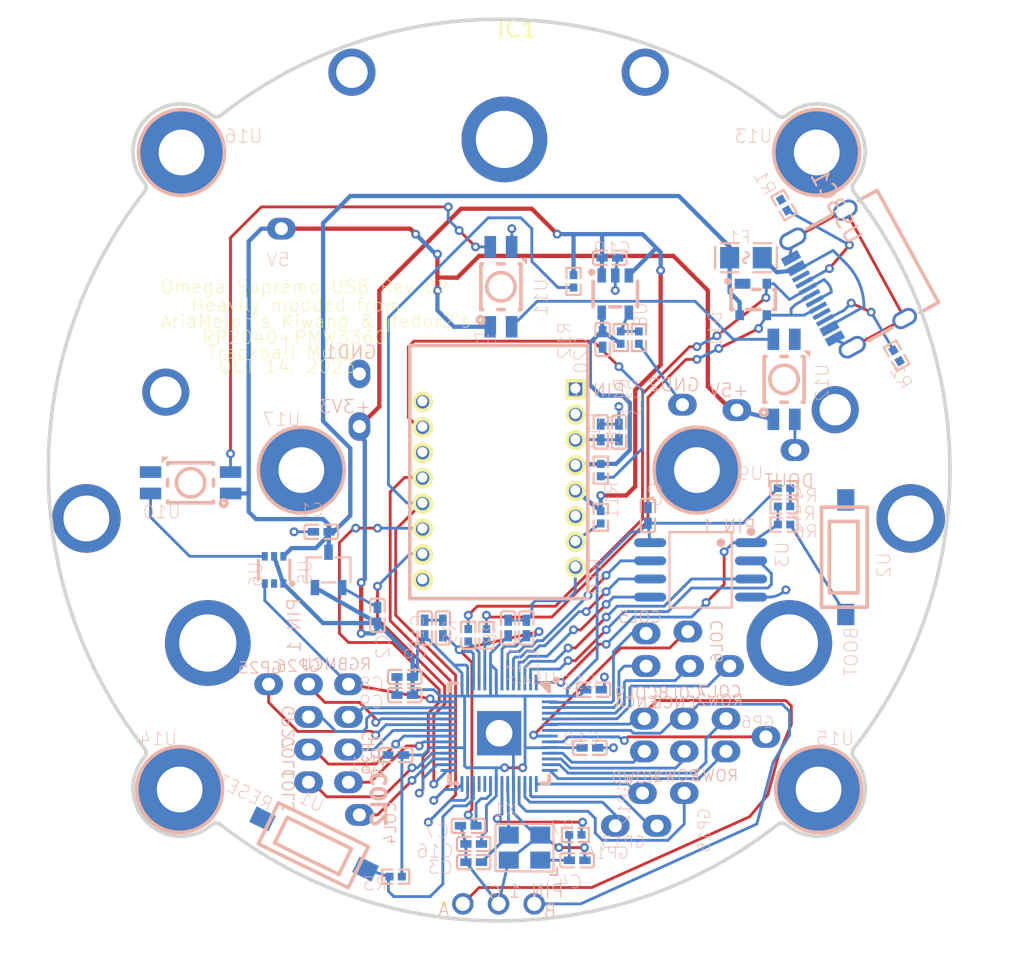
<source format=kicad_pcb>
(kicad_pcb (version 20221018) (generator pcbnew)
  (layers (0 "F.Cu" signal) (31 "B.Cu" signal) (34 "B.Paste" user) (35 "F.Paste" user) (36 "B.SilkS" user "B.Silkscreen") (37 "F.SilkS" user "F.Silkscreen") (38 "B.Mask" user) (39 "F.Mask" user) (44 "Edge.Cuts" user))
  (net 0 "")
  (net 1 "D+")
  (net 2 "USBC1_A5")
  (net 3 "MISO")
  (net 4 "SCK")
  (net 5 "+5V")
  (net 6 "U10_2")
  (net 7 "R11_1")
  (net 8 "Q_SEL")
  (net 9 "Q_IO0")
  (net 10 "Q_CLK")
  (net 11 "Q_IO2")
  (net 12 "Q_IO1")
  (net 13 "Q_IO3")
  (net 14 "+3V3")
  (net 15 "MOSI")
  (net 16 "CS")
  (net 17 "+1V1")
  (net 18 "COL4")
  (net 19 "COL3")
  (net 20 "COL2")
  (net 21 "COL1")
  (net 22 "GP25")
  (net 23 "GP26")
  (net 24 "RGBMCU")
  (net 25 "ENCA")
  (net 26 "GP6")
  (net 27 "COL6")
  (net 28 "XOUT")
  (net 29 "GND")
  (net 30 "USBC1_B5")
  (net 31 "D-")
  (net 32 "VBUS")
  (net 33 "ROW0")
  (net 34 "ROW1")
  (net 35 "ROW2")
  (net 36 "ROW3")
  (net 37 "U4_46")
  (net 38 "+2V")
  (net 39 "COL0")
  (net 40 "GP27")
  (net 41 "GP29")
  (net 42 "ENCB")
  (net 43 "GP15")
  (net 44 "GP14")
  (net 45 "GP13")
  (net 46 "GP12")
  (net 47 "COL7")
  (net 48 "COL8")
  (net 49 "COL9")
  (net 50 "COL5")
  (net 51 "RESET")
  (net 52 "XIN")
  (net 53 "U4_47")
  (net 54 "R10_1")
  (net 55 "C18_1")
  (net 56 "R14_1")
  (net 57 "R5_2")
  (net 58 "DOUT_1")
  (net 59 "RGB")
  (net 60 "C4_1")
  (net 61 "U2_2")
  (net 62 "U11_2")
  (footprint "easyeda:SOT-23-5_L3.0-W1.7-P0.95-LS2.8-BR" (layer "F.Cu") (at 51.435 60.706 -90)
    (fp_text reference "U8")
    (fp_text value "AP2127K-ADJTRG1" hide)
  )
  (footprint "easyeda:MT_HOLE-3MM" (layer "F.Cu") (at 57.15 73.025)
    (fp_text reference "U9")
    (fp_text value "NO" hide)
  )
  (footprint "easyeda:PIN 1-PIN" (layer "F.Cu") (at 53.467 90.424 90)
    (fp_text reference "ENCA")
    (fp_text value "NO" hide)
  )
  (footprint "easyeda:C0402" (layer "F.Cu") (at 50.546 63.881 -90)
    (fp_text reference "C20")
    (fp_text value "4.7uF" hide)
  )
  (footprint "easyeda:PIN 1-PIN" (layer "F.Cu") (at 29.972 92.583 90)
    (fp_text reference "COL1")
    (fp_text value "NO" hide)
  )
  (footprint "easyeda:MT_HOLE-3MM" (layer "F.Cu") (at 65.532 50.8)
    (fp_text reference "U13")
    (fp_text value "NO" hide)
  )
  (footprint "easyeda:C0402" (layer "F.Cu") (at 43.942 84.074 90)
    (fp_text reference "C14")
    (fp_text value "100nF" hide)
  )
  (footprint "easyeda:PIN 1-PIN" (layer "F.Cu") (at 32.766 90.297 90)
    (fp_text reference "GP29")
    (fp_text value "NO" hide)
  )
  (footprint "easyeda:MT_HOLE-3MM" (layer "F.Cu") (at 21.082 50.8)
    (fp_text reference "U16")
    (fp_text value "NO" hide)
  )
  (footprint "easyeda:PIN 1-PIN" (layer "F.Cu") (at 53.34 95.631 90)
    (fp_text reference "GP12")
    (fp_text value "NO" hide)
  )
  (footprint "easyeda:R0402" (layer "F.Cu") (at 41.148 84.582 -90)
    (fp_text reference "R9")
    (fp_text value "27Ω" hide)
  )
  (footprint "easyeda:SC-70-6_L2.0-W1.3-P0.65-LS2.1-BR" (layer "F.Cu") (at 27.559 80.01 90)
    (fp_text reference "U6")
    (fp_text value "SN74LVC1T45QDCKRQ1" hide)
  )
  (footprint "easyeda:PIN 1-PIN" (layer "F.Cu") (at 59.436 86.741 90)
    (fp_text reference "COL7")
    (fp_text value "NO" hide)
  )
  (footprint "easyeda:LQFN-56_L7.0-W7.0-P0.4-EP" (layer "F.Cu") (at 43.307 91.44)
    (fp_text reference "U4")
    (fp_text value "RP2040" hide)
  )
  (footprint "easyeda:C0402" (layer "F.Cu") (at 53.721 76.2 90)
    (fp_text reference "C5")
    (fp_text value "1uF" hide)
  )
  (footprint "easyeda:R0402" (layer "F.Cu") (at 53.086 63.754 -90)
    (fp_text reference "R13")
    (fp_text value "10kΩ" hide)
  )
  (footprint "easyeda:USB-C_SMD-TYPE-C-31-M-12" (layer "F.Cu") (at 67.437 59.817 118.7)
    (fp_text reference "USBC1")
    (fp_text value "TYPE-C-31-M-12" hide)
  )
  (footprint "easyeda:PMW3360DM-T2QU.PACK" (layer "F.Cu") (at 48.641 67.31)
    (fp_text reference "U7")
    (fp_text value "PMW3360DM-T2QU" hide)
  )
  (footprint "easyeda:SOT-143_L2.9-W1.3-P1.92-LS2.3-BR" (layer "F.Cu") (at 61.087 61.087 -90)
    (fp_text reference "D11")
    (fp_text value "PRTR5V0U2X,215" hide)
  )
  (footprint "easyeda:PIN 1-PIN" (layer "F.Cu") (at 56.261 95.631 90)
    (fp_text reference "GP15")
    (fp_text value "NO" hide)
  )
  (footprint "easyeda:R0402" (layer "F.Cu") (at 50.419 73.025 -90)
    (fp_text reference "R11")
    (fp_text value "39Ω" hide)
  )
  (footprint "easyeda:PIN 1-PIN" (layer "F.Cu") (at 56.515 84.328 90)
    (fp_text reference "COL6")
    (fp_text value "NO" hide)
  )
  (footprint "easyeda:PIN 1-PIN" (layer "F.Cu") (at 27.178 88.011 90)
    (fp_text reference "GP25")
    (fp_text value "NO" hide)
  )
  (footprint "easyeda:R0402" (layer "F.Cu") (at 63.246 76.835)
    (fp_text reference "R6")
    (fp_text value "1kΩ" hide)
  )
  (footprint "easyeda:PIN 1-PIN" (layer "F.Cu") (at 29.972 90.297 90)
    (fp_text reference "GP27")
    (fp_text value "NO" hide)
  )
  (footprint "easyeda:PIN 1-PIN" (layer "F.Cu") (at 59.182 90.424 90)
    (fp_text reference "ROW2")
    (fp_text value "NO" hide)
  )
  (footprint "easyeda:C0402" (layer "F.Cu") (at 50.419 70.358 -90)
    (fp_text reference "C17")
    (fp_text value "4.7uF" hide)
  )
  (footprint "easyeda:PIN 1-PIN" (layer "F.Cu") (at 64.008 71.628 90)
    (fp_text reference "DOUT")
    (fp_text value "NO" hide)
  )
  (footprint "easyeda:MT_HOLE-3MM" (layer "F.Cu") (at 29.464 73.025)
    (fp_text reference "U17")
    (fp_text value "NO" hide)
  )
  (footprint "easyeda:C0402" (layer "F.Cu") (at 48.768 100.33 180)
    (fp_text reference "C4")
    (fp_text value "22pF" hide)
  )
  (footprint "easyeda:PIN 1-PIN" (layer "F.Cu") (at 29.972 88.011 90)
    (fp_text reference "GP26")
    (fp_text value "NO" hide)
  )
  (footprint "easyeda:PIN 1-PIN" (layer "F.Cu") (at 32.766 94.869 90)
    (fp_text reference "COL2")
    (fp_text value "NO" hide)
  )
  (footprint "easyeda:PIN 1-PIN" (layer "F.Cu") (at 59.182 92.71 90)
    (fp_text reference "ROW3")
    (fp_text value "NO" hide)
  )
  (footprint "easyeda:R0402" (layer "F.Cu") (at 71.12 65.024 -60)
    (fp_text reference "R2")
    (fp_text value "5.1kΩ" hide)
  )
  (footprint "easyeda:C0402" (layer "F.Cu") (at 41.529 100.457 180)
    (fp_text reference "C3")
    (fp_text value "22pF" hide)
  )
  (footprint "easyeda:R0402" (layer "F.Cu") (at 50.419 76.327 -90)
    (fp_text reference "R10")
    (fp_text value "10kΩ" hide)
  )
  (footprint "easyeda:PIN 1-PIN" (layer "F.Cu") (at 59.944 68.834 90)
    (fp_text reference "+5V")
    (fp_text value "NO" hide)
  )
  (footprint "easyeda:MT_HOLE-3MM" (layer "F.Cu") (at 65.659 95.377)
    (fp_text reference "U15")
    (fp_text value "NO" hide)
  )
  (footprint "easyeda:PIN 1-PIN" (layer "F.Cu") (at 56.261 90.424 90)
    (fp_text reference "ENCB")
    (fp_text value "NO" hide)
  )
  (footprint "easyeda:R0402" (layer "F.Cu") (at 42.418 84.582 -90)
    (fp_text reference "R8")
    (fp_text value "27Ω" hide)
  )
  (footprint "easyeda:PIN 1-PIN" (layer "F.Cu") (at 33.528 69.977)
    (fp_text reference "+3V3")
    (fp_text value "NO" hide)
  )
  (footprint "easyeda:R0402" (layer "F.Cu") (at 48.514 59.817 -90)
    (fp_text reference "R12")
    (fp_text value "10kΩ" hide)
  )
  (footprint "easyeda:PIN 1-PIN" (layer "F.Cu") (at 53.467 92.71 90)
    (fp_text reference "ROW0")
    (fp_text value "NO" hide)
  )
  (footprint "easyeda:F0805" (layer "F.Cu") (at 60.579 58.166)
    (fp_text reference "F1")
    (fp_text value "BSMD0805-020-15V" hide)
  )
  (footprint "easyeda:LED-SMD_L3.2-W2.8-TR" (layer "F.Cu") (at 43.434 60.198 90)
    (fp_text reference "U11")
    (fp_text value "SK6812MINI-E_C5149201" hide)
  )
  (footprint "easyeda:R0402" (layer "F.Cu") (at 63.246 75.565 180)
    (fp_text reference "R5")
    (fp_text value "5.1kΩ" hide)
  )
  (footprint "easyeda:C0402" (layer "F.Cu") (at 51.054 58.166)
    (fp_text reference "C19")
    (fp_text value "4.7uF" hide)
  )
  (footprint "easyeda:OSC-SMD_4P-L3.2-W2.5-BL" (layer "F.Cu") (at 45.085 99.441)
    (fp_text reference "X1")
    (fp_text value "12MHz" hide)
  )
  (footprint "easyeda:PIN 1-PIN" (layer "F.Cu") (at 56.261 92.71 90)
    (fp_text reference "ROW1")
    (fp_text value "NO" hide)
  )
  (footprint "easyeda:PIN 1-PIN" (layer "F.Cu") (at 56.642 86.741 90)
    (fp_text reference "COL8")
    (fp_text value "NO" hide)
  )
  (footprint "easyeda:C0402" (layer "F.Cu") (at 39.37 84.074 90)
    (fp_text reference "C6")
    (fp_text value "1uF" hide)
  )
  (footprint "easyeda:C0402" (layer "F.Cu") (at 36.703 88.773 180)
    (fp_text reference "C9")
    (fp_text value "1uF" hide)
  )
  (footprint "easyeda:PIN 1-PIN" (layer "F.Cu") (at 33.528 66.294 180)
    (fp_text reference "GND1")
    (fp_text value "NO" hide)
  )
  (footprint "easyeda:PIN 1-PIN" (layer "F.Cu") (at 33.528 97.155 90)
    (fp_text reference "COL4")
    (fp_text value "NO" hide)
  )
  (footprint "easyeda:C0402" (layer "F.Cu") (at 36.703 87.503 180)
    (fp_text reference "C8")
    (fp_text value "10uF" hide)
  )
  (footprint "easyeda:C0402" (layer "F.Cu") (at 38.1 84.074 90)
    (fp_text reference "C15")
    (fp_text value "100nF" hide)
  )
  (footprint "easyeda:R0402" (layer "F.Cu") (at 48.641 98.552 180)
    (fp_text reference "R7")
    (fp_text value "1kΩ" hide)
  )
  (footprint "easyeda:C0402" (layer "F.Cu") (at 49.911 88.392)
    (fp_text reference "C12")
    (fp_text value "100nF" hide)
  )
  (footprint "easyeda:C0402" (layer "F.Cu") (at 34.798 83.185 90)
    (fp_text reference "C2")
    (fp_text value "1uF" hide)
  )
  (footprint "easyeda:C0402" (layer "F.Cu") (at 45.212 84.074 90)
    (fp_text reference "C13")
    (fp_text value "100nF" hide)
  )
  (footprint "easyeda:SOIC-8_L5.3-W5.3-P1.27-LS8.0-BL" (layer "F.Cu") (at 57.404 80.01 90)
    (fp_text reference "U3")
    (fp_text value "W25Q128JVSIQTR" hide)
  )
  (footprint "easyeda:C0402" (layer "F.Cu") (at 36.068 92.964 180)
    (fp_text reference "C11")
    (fp_text value "100nF" hide)
  )
  (footprint "easyeda:RESET SWITCH" (layer "F.Cu") (at 30.353 99.187 154)
    (fp_text reference "U1")
    (fp_text value "RESET" hide)
  )
  (footprint "easyeda:PIN 1-PIN" (layer "F.Cu") (at 51.435 97.917 90)
    (fp_text reference "GP14")
    (fp_text value "NO" hide)
  )
  (footprint "easyeda:PIN 1-PIN" (layer "F.Cu") (at 53.594 84.455 90)
    (fp_text reference "COL5")
    (fp_text value "NO" hide)
  )
  (footprint "easyeda:R0402" (layer "F.Cu") (at 36.068 101.473 180)
    (fp_text reference "R3")
    (fp_text value "5.1kΩ" hide)
  )
  (footprint "easyeda:PIN 1-PIN" (layer "F.Cu") (at 56.134 68.453 -90)
    (fp_text reference "GND2")
    (fp_text value "NO" hide)
  )
  (footprint "easyeda:PIN 1-PIN" (layer "F.Cu") (at 54.356 97.917 90)
    (fp_text reference "GP13")
    (fp_text value "NO" hide)
  )
  (footprint "easyeda:C0402" (layer "F.Cu") (at 30.861 77.343 180)
    (fp_text reference "C1")
    (fp_text value "1uF" hide)
  )
  (footprint "easyeda:PIN 1-PIN" (layer "F.Cu") (at 29.972 94.869 90)
    (fp_text reference "COL3")
    (fp_text value "NO" hide)
  )
  (footprint "easyeda:PIN 1-PIN" (layer "F.Cu") (at 53.594 86.741 90)
    (fp_text reference "COL9")
    (fp_text value "NO" hide)
  )
  (footprint "easyeda:RESET SWITCH" (layer "F.Cu") (at 67.564 79.121 90)
    (fp_text reference "U2")
    (fp_text value "BOOT" hide)
  )
  (footprint "easyeda:LED-SMD_L3.2-W2.8-TR" (layer "F.Cu") (at 21.717 73.914 180)
    (fp_text reference "U10")
    (fp_text value "SK6812MINI-E_C5149201" hide)
  )
  (footprint "easyeda:SOT-23-3_L2.9-W1.6-P1.90-LS2.8-BR" (layer "F.Cu") (at 31.369 80.01 90)
    (fp_text reference "U5")
    (fp_text value "XC6206P332MR" hide)
  )
  (footprint "easyeda:PIN 1-PIN" (layer "F.Cu") (at 32.766 92.583 90)
    (fp_text reference "COL0")
    (fp_text value "NO" hide)
  )
  (footprint "easyeda:C0402" (layer "F.Cu") (at 41.529 99.187 180)
    (fp_text reference "C16")
    (fp_text value "100nF" hide)
  )
  (footprint "easyeda:PIN 1-PIN" (layer "F.Cu") (at 28.067 56.134 90)
    (fp_text reference "5V")
    (fp_text value "NO" hide)
  )
  (footprint "easyeda:PER561P115N0015" (layer "F.Cu") (at 40.767 103.378)
    (fp_text reference "IC1")
    (fp_text value "PER561-P115-N0015" hide)
  )
  (footprint "easyeda:C0402" (layer "F.Cu") (at 41.148 97.917 180)
    (fp_text reference "C7")
    (fp_text value "100nF" hide)
  )
  (footprint "easyeda:C0402" (layer "F.Cu") (at 51.689 70.358 -90)
    (fp_text reference "C18")
    (fp_text value "100nF" hide)
  )
  (footprint "easyeda:C0402" (layer "F.Cu") (at 49.657 92.456)
    (fp_text reference "C10")
    (fp_text value "100nF" hide)
  )
  (footprint "easyeda:R0402" (layer "F.Cu") (at 51.816 63.754 90)
    (fp_text reference "R14")
    (fp_text value "15kΩ" hide)
  )
  (footprint "easyeda:R0402" (layer "F.Cu") (at 63.246 74.295)
    (fp_text reference "R4")
    (fp_text value "5.1kΩ" hide)
  )
  (footprint "easyeda:PIN 1-PIN" (layer "F.Cu") (at 32.766 88.011 90)
    (fp_text reference "RGBMCU")
    (fp_text value "NO" hide)
  )
  (footprint "easyeda:MT_HOLE-3MM" (layer "F.Cu") (at 20.955 95.377)
    (fp_text reference "U14")
    (fp_text value "NO" hide)
  )
  (footprint "easyeda:R0402" (layer "F.Cu") (at 63.246 54.483 -60)
    (fp_text reference "R1")
    (fp_text value "5.1kΩ" hide)
  )
  (footprint "easyeda:PIN 1-PIN" (layer "F.Cu") (at 61.976 91.694 90)
    (fp_text reference "GP6")
    (fp_text value "NO" hide)
  )
  (footprint "easyeda:LED-SMD_L3.2-W2.8-TR" (layer "F.Cu") (at 63.246 66.675 90)
    (fp_text reference "U12")
    (fp_text value "SK6812MINI-E_C5149201" hide)
  )
  (gr_arc (start 66.279 59.929) (mid 66.478193 60.227613) (end 66.547946 60.579723) (stroke (width 0.2)) (layer "B.Cu"))
  (gr_arc (start 40.952 86.672) (mid 41.061602 86.717398) (end 41.107 86.827) (stroke (width 0.2)) (layer "B.Cu"))
  (gr_arc (start 67.577 58.56) (mid 68.507419 59.95247) (end 68.834138 61.595) (stroke (width 0.2)) (layer "B.Cu"))
  (gr_arc (start 63.373 81.407) (mid 62.810506 81.782846) (end 62.147 81.914826) (stroke (width 0.2)) (layer "B.Cu"))
  (gr_line (start 37.437 80.415) (end 37.533 80.291) (stroke (width 0.254)) (layer "F.SilkS"))
  (gr_line (start 48.137 71.225) (end 48.077 71.08) (stroke (width 0.254)) (layer "F.SilkS"))
  (gr_line (start 48.357 73.965) (end 48.502 73.905) (stroke (width 0.254)) (layer "F.SilkS"))
  (gr_line (start 48.957 72.185) (end 49.081 72.281) (stroke (width 0.254)) (layer "F.SilkS"))
  (gr_line (start 49.177 70.625) (end 49.237 70.77) (stroke (width 0.254)) (layer "F.SilkS"))
  (gr_line (start 48.957 69.665) (end 48.812 69.725) (stroke (width 0.254)) (layer "F.SilkS"))
  (gr_line (start 38.477 81.015) (end 38.381 81.139) (stroke (width 0.254)) (layer "F.SilkS"))
  (gr_line (start 48.957 73.965) (end 49.081 74.061) (stroke (width 0.254)) (layer "F.SilkS"))
  (gr_line (start 48.957 70.405) (end 49.081 70.501) (stroke (width 0.254)) (layer "F.SilkS"))
  (gr_line (start 48.812 68.565) (end 48.957 68.625) (stroke (width 0.254)) (layer "F.SilkS"))
  (gr_line (start 37.657 75.895) (end 37.533 75.799) (stroke (width 0.254)) (layer "F.SilkS"))
  (gr_line (start 38.381 74.019) (end 38.257 74.115) (stroke (width 0.254)) (layer "F.SilkS"))
  (gr_line (start 48.812 69.725) (end 48.657 69.745) (stroke (width 0.254)) (layer "F.SilkS"))
  (gr_line (start 37.533 73.171) (end 37.657 73.075) (stroke (width 0.254)) (layer "F.SilkS"))
  (gr_line (start 38.477 75.075) (end 38.537 75.22) (stroke (width 0.254)) (layer "F.SilkS"))
  (gr_line (start 37.802 75.955) (end 37.657 75.895) (stroke (width 0.254)) (layer "F.SilkS"))
  (gr_line (start 48.502 77.465) (end 48.657 77.445) (stroke (width 0.254)) (layer "F.SilkS"))
  (gr_line (start 37.802 67.675) (end 37.957 67.655) (stroke (width 0.254)) (layer "F.SilkS"))
  (gr_line (start 48.502 69.725) (end 48.357 69.665) (stroke (width 0.254)) (layer "F.SilkS"))
  (gr_line (start 37.437 72.115) (end 37.377 71.97) (stroke (width 0.254)) (layer "F.SilkS"))
  (gr_line (start 49.237 71.08) (end 49.177 71.225) (stroke (width 0.254)) (layer "F.SilkS"))
  (gr_line (start 48.812 76.845) (end 48.657 76.865) (stroke (width 0.254)) (layer "F.SilkS"))
  (gr_line (start 48.357 72.185) (end 48.502 72.125) (stroke (width 0.254)) (layer "F.SilkS"))
  (gr_line (start 49.081 68.721) (end 49.177 68.845) (stroke (width 0.254)) (layer "F.SilkS"))
  (gr_line (start 38.381 73.171) (end 38.477 73.295) (stroke (width 0.254)) (layer "F.SilkS"))
  (gr_line (start 48.057 78.045) (end 48.077 77.89) (stroke (width 0.254)) (layer "F.SilkS"))
  (gr_line (start 37.377 75.22) (end 37.437 75.075) (stroke (width 0.254)) (layer "F.SilkS"))
  (gr_line (start 37.957 67.655) (end 38.112 67.675) (stroke (width 0.254)) (layer "F.SilkS"))
  (gr_line (start 37.533 69.611) (end 37.657 69.515) (stroke (width 0.254)) (layer "F.SilkS"))
  (gr_line (start 49.237 76.42) (end 49.177 76.565) (stroke (width 0.254)) (layer "F.SilkS"))
  (gr_line (start 38.477 71.515) (end 38.537 71.66) (stroke (width 0.254)) (layer "F.SilkS"))
  (gr_line (start 37.957 75.975) (end 37.802 75.955) (stroke (width 0.254)) (layer "F.SilkS"))
  (gr_line (start 37.533 74.951) (end 37.657 74.855) (stroke (width 0.254)) (layer "F.SilkS"))
  (gr_line (start 48.357 76.785) (end 48.233 76.689) (stroke (width 0.254)) (layer "F.SilkS"))
  (gr_line (start 38.537 77) (end 38.557 77.155) (stroke (width 0.254)) (layer "F.SilkS"))
  (gr_line (start 48.957 75.005) (end 48.812 75.065) (stroke (width 0.254)) (layer "F.SilkS"))
  (gr_line (start 48.137 75.965) (end 48.233 75.841) (stroke (width 0.254)) (layer "F.SilkS"))
  (gr_line (start 48.077 79.98) (end 48.057 79.825) (stroke (width 0.254)) (layer "F.SilkS"))
  (gr_line (start 37.533 68.679) (end 37.437 68.555) (stroke (width 0.254)) (layer "F.SilkS"))
  (gr_line (start 37.657 78.415) (end 37.802 78.355) (stroke (width 0.254)) (layer "F.SilkS"))
  (gr_line (start 38.112 75.955) (end 37.957 75.975) (stroke (width 0.254)) (layer "F.SilkS"))
  (gr_line (start 48.137 74.785) (end 48.077 74.64) (stroke (width 0.254)) (layer "F.SilkS"))
  (gr_line (start 37.657 69.515) (end 37.802 69.455) (stroke (width 0.254)) (layer "F.SilkS"))
  (gr_line (start 48.233 79.401) (end 48.357 79.305) (stroke (width 0.254)) (layer "F.SilkS"))
  (gr_line (start 49.081 69.569) (end 48.957 69.665) (stroke (width 0.254)) (layer "F.SilkS"))
  (gr_line (start 48.502 78.625) (end 48.357 78.565) (stroke (width 0.254)) (layer "F.SilkS"))
  (gr_line (start 49.081 71.349) (end 48.957 71.445) (stroke (width 0.254)) (layer "F.SilkS"))
  (gr_line (start 37.377 77.31) (end 37.357 77.155) (stroke (width 0.254)) (layer "F.SilkS"))
  (gr_line (start 37.377 79.09) (end 37.357 78.935) (stroke (width 0.254)) (layer "F.SilkS"))
  (gr_line (start 48.233 76.689) (end 48.137 76.565) (stroke (width 0.254)) (layer "F.SilkS"))
  (gr_line (start 49.177 79.525) (end 49.237 79.67) (stroke (width 0.254)) (layer "F.SilkS"))
  (gr_line (start 49.177 71.225) (end 49.081 71.349) (stroke (width 0.254)) (layer "F.SilkS"))
  (gr_line (start 48.657 72.105) (end 48.812 72.125) (stroke (width 0.254)) (layer "F.SilkS"))
  (gr_line (start 38.381 67.831) (end 38.477 67.955) (stroke (width 0.254)) (layer "F.SilkS"))
  (gr_line (start 48.233 70.501) (end 48.357 70.405) (stroke (width 0.254)) (layer "F.SilkS"))
  (gr_line (start 37.377 68.1) (end 37.437 67.955) (stroke (width 0.254)) (layer "F.SilkS"))
  (gr_line (start 49.237 69.3) (end 49.177 69.445) (stroke (width 0.254)) (layer "F.SilkS"))
  (gr_line (start 49.177 72.405) (end 49.237 72.55) (stroke (width 0.254)) (layer "F.SilkS"))
  (gr_line (start 49.081 74.909) (end 48.957 75.005) (stroke (width 0.254)) (layer "F.SilkS"))
  (gr_line (start 37.377 71.66) (end 37.437 71.515) (stroke (width 0.254)) (layer "F.SilkS"))
  (gr_line (start 37.657 67.735) (end 37.802 67.675) (stroke (width 0.254)) (layer "F.SilkS"))
  (gr_line (start 37.657 70.555) (end 37.533 70.459) (stroke (width 0.254)) (layer "F.SilkS"))
  (gr_line (start 37.437 75.075) (end 37.533 74.951) (stroke (width 0.254)) (layer "F.SilkS"))
  (gr_line (start 37.957 70.635) (end 37.802 70.615) (stroke (width 0.254)) (layer "F.SilkS"))
  (gr_line (start 37.437 81.015) (end 37.377 80.87) (stroke (width 0.254)) (layer "F.SilkS"))
  (gr_line (start 37.657 74.855) (end 37.802 74.795) (stroke (width 0.254)) (layer "F.SilkS"))
  (gr_line (start 49.237 79.67) (end 49.257 79.825) (stroke (width 0.254)) (layer "F.SilkS"))
  (gr_line (start 37.657 72.335) (end 37.533 72.239) (stroke (width 0.254)) (layer "F.SilkS"))
  (gr_line (start 38.381 75.799) (end 38.257 75.895) (stroke (width 0.254)) (layer "F.SilkS"))
  (gr_line (start 37.357 73.595) (end 37.377 73.44) (stroke (width 0.254)) (layer "F.SilkS"))
  (gr_line (start 48.502 80.405) (end 48.357 80.345) (stroke (width 0.254)) (layer "F.SilkS"))
  (gr_line (start 49.177 68.845) (end 49.237 68.99) (stroke (width 0.254)) (layer "F.SilkS"))
  (gr_line (start 38.257 79.455) (end 38.112 79.515) (stroke (width 0.254)) (layer "F.SilkS"))
  (gr_line (start 37.357 78.935) (end 37.377 78.78) (stroke (width 0.254)) (layer "F.SilkS"))
  (gr_line (start 37.657 74.115) (end 37.533 74.019) (stroke (width 0.254)) (layer "F.SilkS"))
  (gr_line (start 38.477 80.415) (end 38.537 80.56) (stroke (width 0.254)) (layer "F.SilkS"))
  (gr_line (start 48.502 75.685) (end 48.657 75.665) (stroke (width 0.254)) (layer "F.SilkS"))
  (gr_line (start 37.802 79.515) (end 37.657 79.455) (stroke (width 0.254)) (layer "F.SilkS"))
  (gr_line (start 38.257 70.555) (end 38.112 70.615) (stroke (width 0.254)) (layer "F.SilkS"))
  (gr_line (start 37.533 79.359) (end 37.437 79.235) (stroke (width 0.254)) (layer "F.SilkS"))
  (gr_line (start 48.057 69.145) (end 48.077 68.99) (stroke (width 0.254)) (layer "F.SilkS"))
  (gr_line (start 37.957 68.855) (end 37.802 68.835) (stroke (width 0.254)) (layer "F.SilkS"))
  (gr_line (start 48.057 79.825) (end 48.077 79.67) (stroke (width 0.254)) (layer "F.SilkS"))
  (gr_line (start 37.802 76.575) (end 37.957 76.555) (stroke (width 0.254)) (layer "F.SilkS"))
  (gr_line (start 38.257 80.195) (end 38.381 80.291) (stroke (width 0.254)) (layer "F.SilkS"))
  (gr_line (start 48.137 73.005) (end 48.077 72.86) (stroke (width 0.254)) (layer "F.SilkS"))
  (gr_line (start 48.657 77.445) (end 48.812 77.465) (stroke (width 0.254)) (layer "F.SilkS"))
  (gr_line (start 37.357 70.035) (end 37.377 69.88) (stroke (width 0.254)) (layer "F.SilkS"))
  (gr_line (start 37.802 80.135) (end 37.957 80.115) (stroke (width 0.254)) (layer "F.SilkS"))
  (gr_line (start 48.077 70.77) (end 48.137 70.625) (stroke (width 0.254)) (layer "F.SilkS"))
  (gr_line (start 37.957 76.555) (end 38.112 76.575) (stroke (width 0.254)) (layer "F.SilkS"))
  (gr_line (start 38.257 81.235) (end 38.112 81.295) (stroke (width 0.254)) (layer "F.SilkS"))
  (gr_line (start 48.077 74.33) (end 48.137 74.185) (stroke (width 0.254)) (layer "F.SilkS"))
  (gr_line (start 48.812 75.685) (end 48.957 75.745) (stroke (width 0.254)) (layer "F.SilkS"))
  (gr_line (start 49.081 72.281) (end 49.177 72.405) (stroke (width 0.254)) (layer "F.SilkS"))
  (gr_line (start 38.537 68.1) (end 38.557 68.255) (stroke (width 0.254)) (layer "F.SilkS"))
  (gr_line (start 37.437 70.335) (end 37.377 70.19) (stroke (width 0.254)) (layer "F.SilkS"))
  (gr_line (start 48.137 79.525) (end 48.233 79.401) (stroke (width 0.254)) (layer "F.SilkS"))
  (gr_line (start 49.237 70.77) (end 49.257 70.925) (stroke (width 0.254)) (layer "F.SilkS"))
  (gr_line (start 48.137 69.445) (end 48.077 69.3) (stroke (width 0.254)) (layer "F.SilkS"))
  (gr_line (start 37.357 71.815) (end 37.377 71.66) (stroke (width 0.254)) (layer "F.SilkS"))
  (gr_line (start 48.657 68.545) (end 48.812 68.565) (stroke (width 0.254)) (layer "F.SilkS"))
  (gr_line (start 37.657 79.455) (end 37.533 79.359) (stroke (width 0.254)) (layer "F.SilkS"))
  (gr_line (start 38.257 74.855) (end 38.381 74.951) (stroke (width 0.254)) (layer "F.SilkS"))
  (gr_line (start 37.437 75.675) (end 37.377 75.53) (stroke (width 0.254)) (layer "F.SilkS"))
  (gr_line (start 37.437 73.895) (end 37.377 73.75) (stroke (width 0.254)) (layer "F.SilkS"))
  (gr_line (start 37.957 71.215) (end 38.112 71.235) (stroke (width 0.254)) (layer "F.SilkS"))
  (gr_line (start 38.257 69.515) (end 38.381 69.611) (stroke (width 0.254)) (layer "F.SilkS"))
  (gr_line (start 37.802 69.455) (end 37.957 69.435) (stroke (width 0.254)) (layer "F.SilkS"))
  (gr_line (start 38.112 67.675) (end 38.257 67.735) (stroke (width 0.254)) (layer "F.SilkS"))
  (gr_line (start 37.377 70.19) (end 37.357 70.035) (stroke (width 0.254)) (layer "F.SilkS"))
  (gr_line (start 37.437 78.635) (end 37.533 78.511) (stroke (width 0.254)) (layer "F.SilkS"))
  (gr_line (start 48.077 79.67) (end 48.137 79.525) (stroke (width 0.254)) (layer "F.SilkS"))
  (gr_line (start 38.112 74.175) (end 37.957 74.195) (stroke (width 0.254)) (layer "F.SilkS"))
  (gr_line (start 49.177 69.445) (end 49.081 69.569) (stroke (width 0.254)) (layer "F.SilkS"))
  (gr_line (start 49.237 74.64) (end 49.177 74.785) (stroke (width 0.254)) (layer "F.SilkS"))
  (gr_line (start 38.557 68.255) (end 38.537 68.41) (stroke (width 0.254)) (layer "F.SilkS"))
  (gr_line (start 37.957 79.535) (end 37.802 79.515) (stroke (width 0.254)) (layer "F.SilkS"))
  (gr_line (start 38.112 73.015) (end 38.257 73.075) (stroke (width 0.254)) (layer "F.SilkS"))
  (gr_line (start 49.237 68.99) (end 49.257 69.145) (stroke (width 0.254)) (layer "F.SilkS"))
  (gr_line (start 48.233 72.281) (end 48.357 72.185) (stroke (width 0.254)) (layer "F.SilkS"))
  (gr_line (start 37.657 81.235) (end 37.533 81.139) (stroke (width 0.254)) (layer "F.SilkS"))
  (gr_line (start 48.057 66.765) (end 49.257 66.765) (stroke (width 0.254)) (layer "F.SilkS"))
  (gr_line (start 48.077 76.42) (end 48.057 76.265) (stroke (width 0.254)) (layer "F.SilkS"))
  (gr_line (start 48.233 75.841) (end 48.357 75.745) (stroke (width 0.254)) (layer "F.SilkS"))
  (gr_line (start 38.257 71.295) (end 38.381 71.391) (stroke (width 0.254)) (layer "F.SilkS"))
  (gr_line (start 48.657 76.865) (end 48.502 76.845) (stroke (width 0.254)) (layer "F.SilkS"))
  (gr_line (start 37.437 76.855) (end 37.533 76.731) (stroke (width 0.254)) (layer "F.SilkS"))
  (gr_line (start 48.077 76.11) (end 48.137 75.965) (stroke (width 0.254)) (layer "F.SilkS"))
  (gr_line (start 37.533 67.831) (end 37.657 67.735) (stroke (width 0.254)) (layer "F.SilkS"))
  (gr_line (start 37.437 69.735) (end 37.533 69.611) (stroke (width 0.254)) (layer "F.SilkS"))
  (gr_line (start 49.237 72.55) (end 49.257 72.705) (stroke (width 0.254)) (layer "F.SilkS"))
  (gr_line (start 48.077 74.64) (end 48.057 74.485) (stroke (width 0.254)) (layer "F.SilkS"))
  (gr_line (start 37.802 71.235) (end 37.957 71.215) (stroke (width 0.254)) (layer "F.SilkS"))
  (gr_line (start 49.257 66.765) (end 49.257 67.965) (stroke (width 0.254)) (layer "F.SilkS"))
  (gr_line (start 48.137 70.625) (end 48.233 70.501) (stroke (width 0.254)) (layer "F.SilkS"))
  (gr_line (start 37.533 76.731) (end 37.657 76.635) (stroke (width 0.254)) (layer "F.SilkS"))
  (gr_line (start 48.657 73.885) (end 48.812 73.905) (stroke (width 0.254)) (layer "F.SilkS"))
  (gr_line (start 38.112 74.795) (end 38.257 74.855) (stroke (width 0.254)) (layer "F.SilkS"))
  (gr_line (start 48.077 78.2) (end 48.057 78.045) (stroke (width 0.254)) (layer "F.SilkS"))
  (gr_line (start 48.657 75.085) (end 48.502 75.065) (stroke (width 0.254)) (layer "F.SilkS"))
  (gr_line (start 37.957 78.335) (end 38.112 78.355) (stroke (width 0.254)) (layer "F.SilkS"))
  (gr_line (start 38.112 77.735) (end 37.957 77.755) (stroke (width 0.254)) (layer "F.SilkS"))
  (gr_line (start 37.657 68.775) (end 37.533 68.679) (stroke (width 0.254)) (layer "F.SilkS"))
  (gr_line (start 48.812 73.905) (end 48.957 73.965) (stroke (width 0.254)) (layer "F.SilkS"))
  (gr_line (start 37.657 77.675) (end 37.533 77.579) (stroke (width 0.254)) (layer "F.SilkS"))
  (gr_line (start 49.081 77.621) (end 49.177 77.745) (stroke (width 0.254)) (layer "F.SilkS"))
  (gr_line (start 48.357 69.665) (end 48.233 69.569) (stroke (width 0.254)) (layer "F.SilkS"))
  (gr_line (start 37.377 69.88) (end 37.437 69.735) (stroke (width 0.254)) (layer "F.SilkS"))
  (gr_line (start 37.802 81.295) (end 37.657 81.235) (stroke (width 0.254)) (layer "F.SilkS"))
  (gr_line (start 38.112 80.135) (end 38.257 80.195) (stroke (width 0.254)) (layer "F.SilkS"))
  (gr_line (start 48.957 76.785) (end 48.812 76.845) (stroke (width 0.254)) (layer "F.SilkS"))
  (gr_line (start 38.112 71.235) (end 38.257 71.295) (stroke (width 0.254)) (layer "F.SilkS"))
  (gr_line (start 49.257 72.705) (end 49.237 72.86) (stroke (width 0.254)) (layer "F.SilkS"))
  (gr_line (start 38.381 72.239) (end 38.257 72.335) (stroke (width 0.254)) (layer "F.SilkS"))
  (gr_line (start 48.357 77.525) (end 48.502 77.465) (stroke (width 0.254)) (layer "F.SilkS"))
  (gr_line (start 48.357 71.445) (end 48.233 71.349) (stroke (width 0.254)) (layer "F.SilkS"))
  (gr_line (start 37.377 68.41) (end 37.357 68.255) (stroke (width 0.254)) (layer "F.SilkS"))
  (gr_line (start 38.477 78.635) (end 38.537 78.78) (stroke (width 0.254)) (layer "F.SilkS"))
  (gr_line (start 48.812 77.465) (end 48.957 77.525) (stroke (width 0.254)) (layer "F.SilkS"))
  (gr_line (start 49.237 76.11) (end 49.257 76.265) (stroke (width 0.254)) (layer "F.SilkS"))
  (gr_line (start 49.257 78.045) (end 49.237 78.2) (stroke (width 0.254)) (layer "F.SilkS"))
  (gr_line (start 38.537 71.66) (end 38.557 71.815) (stroke (width 0.254)) (layer "F.SilkS"))
  (gr_line (start 49.237 79.98) (end 49.177 80.125) (stroke (width 0.254)) (layer "F.SilkS"))
  (gr_line (start 48.137 74.185) (end 48.233 74.061) (stroke (width 0.254)) (layer "F.SilkS"))
  (gr_line (start 38.381 68.679) (end 38.257 68.775) (stroke (width 0.254)) (layer "F.SilkS"))
  (gr_line (start 38.112 79.515) (end 37.957 79.535) (stroke (width 0.254)) (layer "F.SilkS"))
  (gr_line (start 38.381 74.951) (end 38.477 75.075) (stroke (width 0.254)) (layer "F.SilkS"))
  (gr_line (start 48.057 76.265) (end 48.077 76.11) (stroke (width 0.254)) (layer "F.SilkS"))
  (gr_line (start 48.357 75.005) (end 48.233 74.909) (stroke (width 0.254)) (layer "F.SilkS"))
  (gr_line (start 49.257 67.965) (end 48.057 67.965) (stroke (width 0.254)) (layer "F.SilkS"))
  (gr_line (start 48.233 73.129) (end 48.137 73.005) (stroke (width 0.254)) (layer "F.SilkS"))
  (gr_line (start 38.537 69.88) (end 38.557 70.035) (stroke (width 0.254)) (layer "F.SilkS"))
  (gr_line (start 37.533 72.239) (end 37.437 72.115) (stroke (width 0.254)) (layer "F.SilkS"))
  (gr_line (start 49.237 74.33) (end 49.257 74.485) (stroke (width 0.254)) (layer "F.SilkS"))
  (gr_line (start 48.233 74.909) (end 48.137 74.785) (stroke (width 0.254)) (layer "F.SilkS"))
  (gr_line (start 37.957 81.315) (end 37.802 81.295) (stroke (width 0.254)) (layer "F.SilkS"))
  (gr_line (start 37.533 71.391) (end 37.657 71.295) (stroke (width 0.254)) (layer "F.SilkS"))
  (gr_line (start 48.812 75.065) (end 48.657 75.085) (stroke (width 0.254)) (layer "F.SilkS"))
  (gr_line (start 48.812 72.125) (end 48.957 72.185) (stroke (width 0.254)) (layer "F.SilkS"))
  (gr_line (start 48.233 68.721) (end 48.357 68.625) (stroke (width 0.254)) (layer "F.SilkS"))
  (gr_line (start 48.957 71.445) (end 48.812 71.505) (stroke (width 0.254)) (layer "F.SilkS"))
  (gr_line (start 38.557 80.715) (end 38.537 80.87) (stroke (width 0.254)) (layer "F.SilkS"))
  (gr_line (start 38.537 78.78) (end 38.557 78.935) (stroke (width 0.254)) (layer "F.SilkS"))
  (gr_line (start 49.177 75.965) (end 49.237 76.11) (stroke (width 0.254)) (layer "F.SilkS"))
  (gr_line (start 38.257 68.775) (end 38.112 68.835) (stroke (width 0.254)) (layer "F.SilkS"))
  (gr_line (start 48.812 80.405) (end 48.657 80.425) (stroke (width 0.254)) (layer "F.SilkS"))
  (gr_line (start 37.357 75.375) (end 37.377 75.22) (stroke (width 0.254)) (layer "F.SilkS"))
  (gr_line (start 48.077 72.55) (end 48.137 72.405) (stroke (width 0.254)) (layer "F.SilkS"))
  (gr_line (start 37.377 78.78) (end 37.437 78.635) (stroke (width 0.254)) (layer "F.SilkS"))
  (gr_line (start 37.957 74.195) (end 37.802 74.175) (stroke (width 0.254)) (layer "F.SilkS"))
  (gr_line (start 38.477 75.675) (end 38.381 75.799) (stroke (width 0.254)) (layer "F.SilkS"))
  (gr_line (start 48.357 75.745) (end 48.502 75.685) (stroke (width 0.254)) (layer "F.SilkS"))
  (gr_line (start 49.257 74.485) (end 49.237 74.64) (stroke (width 0.254)) (layer "F.SilkS"))
  (gr_line (start 48.502 72.125) (end 48.657 72.105) (stroke (width 0.254)) (layer "F.SilkS"))
  (gr_line (start 48.502 68.565) (end 48.657 68.545) (stroke (width 0.254)) (layer "F.SilkS"))
  (gr_line (start 48.077 68.99) (end 48.137 68.845) (stroke (width 0.254)) (layer "F.SilkS"))
  (gr_line (start 37.957 72.995) (end 38.112 73.015) (stroke (width 0.254)) (layer "F.SilkS"))
  (gr_line (start 38.381 76.731) (end 38.477 76.855) (stroke (width 0.254)) (layer "F.SilkS"))
  (gr_line (start 49.177 80.125) (end 49.081 80.249) (stroke (width 0.254)) (layer "F.SilkS"))
  (gr_line (start 38.477 73.895) (end 38.381 74.019) (stroke (width 0.254)) (layer "F.SilkS"))
  (gr_line (start 37.957 77.755) (end 37.802 77.735) (stroke (width 0.254)) (layer "F.SilkS"))
  (gr_line (start 37.802 77.735) (end 37.657 77.675) (stroke (width 0.254)) (layer "F.SilkS"))
  (gr_line (start 38.257 73.075) (end 38.381 73.171) (stroke (width 0.254)) (layer "F.SilkS"))
  (gr_line (start 48.957 68.625) (end 49.081 68.721) (stroke (width 0.254)) (layer "F.SilkS"))
  (gr_line (start 49.177 78.345) (end 49.081 78.469) (stroke (width 0.254)) (layer "F.SilkS"))
  (gr_line (start 48.357 80.345) (end 48.233 80.249) (stroke (width 0.254)) (layer "F.SilkS"))
  (gr_line (start 38.477 67.955) (end 38.537 68.1) (stroke (width 0.254)) (layer "F.SilkS"))
  (gr_line (start 38.257 67.735) (end 38.381 67.831) (stroke (width 0.254)) (layer "F.SilkS"))
  (gr_line (start 49.177 73.005) (end 49.081 73.129) (stroke (width 0.254)) (layer "F.SilkS"))
  (gr_line (start 38.381 81.139) (end 38.257 81.235) (stroke (width 0.254)) (layer "F.SilkS"))
  (gr_line (start 38.112 76.575) (end 38.257 76.635) (stroke (width 0.254)) (layer "F.SilkS"))
  (gr_line (start 49.257 70.925) (end 49.237 71.08) (stroke (width 0.254)) (layer "F.SilkS"))
  (gr_line (start 38.381 71.391) (end 38.477 71.515) (stroke (width 0.254)) (layer "F.SilkS"))
  (gr_line (start 37.957 80.115) (end 38.112 80.135) (stroke (width 0.254)) (layer "F.SilkS"))
  (gr_line (start 48.233 71.349) (end 48.137 71.225) (stroke (width 0.254)) (layer "F.SilkS"))
  (gr_line (start 38.381 78.511) (end 38.477 78.635) (stroke (width 0.254)) (layer "F.SilkS"))
  (gr_line (start 48.812 71.505) (end 48.657 71.525) (stroke (width 0.254)) (layer "F.SilkS"))
  (gr_line (start 37.437 79.235) (end 37.377 79.09) (stroke (width 0.254)) (layer "F.SilkS"))
  (gr_line (start 37.533 78.511) (end 37.657 78.415) (stroke (width 0.254)) (layer "F.SilkS"))
  (gr_line (start 37.657 80.195) (end 37.802 80.135) (stroke (width 0.254)) (layer "F.SilkS"))
  (gr_line (start 48.957 75.745) (end 49.081 75.841) (stroke (width 0.254)) (layer "F.SilkS"))
  (gr_line (start 37.957 72.415) (end 37.802 72.395) (stroke (width 0.254)) (layer "F.SilkS"))
  (gr_line (start 38.477 68.555) (end 38.381 68.679) (stroke (width 0.254)) (layer "F.SilkS"))
  (gr_line (start 48.502 71.505) (end 48.357 71.445) (stroke (width 0.254)) (layer "F.SilkS"))
  (gr_line (start 48.077 77.89) (end 48.137 77.745) (stroke (width 0.254)) (layer "F.SilkS"))
  (gr_line (start 37.802 70.615) (end 37.657 70.555) (stroke (width 0.254)) (layer "F.SilkS"))
  (gr_line (start 48.502 70.345) (end 48.657 70.325) (stroke (width 0.254)) (layer "F.SilkS"))
  (gr_line (start 49.081 79.401) (end 49.177 79.525) (stroke (width 0.254)) (layer "F.SilkS"))
  (gr_line (start 38.537 73.75) (end 38.477 73.895) (stroke (width 0.254)) (layer "F.SilkS"))
  (gr_line (start 48.957 73.225) (end 48.812 73.285) (stroke (width 0.254)) (layer "F.SilkS"))
  (gr_line (start 38.381 80.291) (end 38.477 80.415) (stroke (width 0.254)) (layer "F.SilkS"))
  (gr_line (start 48.057 74.485) (end 48.077 74.33) (stroke (width 0.254)) (layer "F.SilkS"))
  (gr_line (start 48.137 78.345) (end 48.077 78.2) (stroke (width 0.254)) (layer "F.SilkS"))
  (gr_line (start 38.112 72.395) (end 37.957 72.415) (stroke (width 0.254)) (layer "F.SilkS"))
  (gr_line (start 48.357 68.625) (end 48.502 68.565) (stroke (width 0.254)) (layer "F.SilkS"))
  (gr_line (start 38.257 76.635) (end 38.381 76.731) (stroke (width 0.254)) (layer "F.SilkS"))
  (gr_line (start 38.537 80.87) (end 38.477 81.015) (stroke (width 0.254)) (layer "F.SilkS"))
  (gr_line (start 48.137 77.745) (end 48.233 77.621) (stroke (width 0.254)) (layer "F.SilkS"))
  (gr_line (start 48.657 71.525) (end 48.502 71.505) (stroke (width 0.254)) (layer "F.SilkS"))
  (gr_line (start 48.357 73.225) (end 48.233 73.129) (stroke (width 0.254)) (layer "F.SilkS"))
  (gr_line (start 37.657 71.295) (end 37.802 71.235) (stroke (width 0.254)) (layer "F.SilkS"))
  (gr_line (start 37.657 76.635) (end 37.802 76.575) (stroke (width 0.254)) (layer "F.SilkS"))
  (gr_line (start 38.112 69.455) (end 38.257 69.515) (stroke (width 0.254)) (layer "F.SilkS"))
  (gr_line (start 37.957 69.435) (end 38.112 69.455) (stroke (width 0.254)) (layer "F.SilkS"))
  (gr_line (start 37.437 73.295) (end 37.533 73.171) (stroke (width 0.254)) (layer "F.SilkS"))
  (gr_line (start 38.112 81.295) (end 37.957 81.315) (stroke (width 0.254)) (layer "F.SilkS"))
  (gr_line (start 48.657 78.645) (end 48.502 78.625) (stroke (width 0.254)) (layer "F.SilkS"))
  (gr_line (start 37.533 70.459) (end 37.437 70.335) (stroke (width 0.254)) (layer "F.SilkS"))
  (gr_line (start 49.177 76.565) (end 49.081 76.689) (stroke (width 0.254)) (layer "F.SilkS"))
  (gr_line (start 48.233 74.061) (end 48.357 73.965) (stroke (width 0.254)) (layer "F.SilkS"))
  (gr_line (start 37.437 77.455) (end 37.377 77.31) (stroke (width 0.254)) (layer "F.SilkS"))
  (gr_line (start 38.557 78.935) (end 38.537 79.09) (stroke (width 0.254)) (layer "F.SilkS"))
  (gr_line (start 48.812 79.245) (end 48.957 79.305) (stroke (width 0.254)) (layer "F.SilkS"))
  (gr_line (start 37.377 73.75) (end 37.357 73.595) (stroke (width 0.254)) (layer "F.SilkS"))
  (gr_line (start 38.537 70.19) (end 38.477 70.335) (stroke (width 0.254)) (layer "F.SilkS"))
  (gr_line (start 49.237 77.89) (end 49.257 78.045) (stroke (width 0.254)) (layer "F.SilkS"))
  (gr_line (start 37.533 77.579) (end 37.437 77.455) (stroke (width 0.254)) (layer "F.SilkS"))
  (gr_line (start 48.657 69.745) (end 48.502 69.725) (stroke (width 0.254)) (layer "F.SilkS"))
  (gr_line (start 37.533 75.799) (end 37.437 75.675) (stroke (width 0.254)) (layer "F.SilkS"))
  (gr_line (start 37.533 74.019) (end 37.437 73.895) (stroke (width 0.254)) (layer "F.SilkS"))
  (gr_line (start 37.802 72.395) (end 37.657 72.335) (stroke (width 0.254)) (layer "F.SilkS"))
  (gr_line (start 49.237 78.2) (end 49.177 78.345) (stroke (width 0.254)) (layer "F.SilkS"))
  (gr_line (start 49.177 74.785) (end 49.081 74.909) (stroke (width 0.254)) (layer "F.SilkS"))
  (gr_line (start 37.802 74.175) (end 37.657 74.115) (stroke (width 0.254)) (layer "F.SilkS"))
  (gr_line (start 48.957 80.345) (end 48.812 80.405) (stroke (width 0.254)) (layer "F.SilkS"))
  (gr_line (start 48.077 69.3) (end 48.057 69.145) (stroke (width 0.254)) (layer "F.SilkS"))
  (gr_line (start 38.257 74.115) (end 38.112 74.175) (stroke (width 0.254)) (layer "F.SilkS"))
  (gr_line (start 37.377 80.56) (end 37.437 80.415) (stroke (width 0.254)) (layer "F.SilkS"))
  (gr_line (start 38.537 71.97) (end 38.477 72.115) (stroke (width 0.254)) (layer "F.SilkS"))
  (gr_line (start 49.257 79.825) (end 49.237 79.98) (stroke (width 0.254)) (layer "F.SilkS"))
  (gr_line (start 37.357 80.715) (end 37.377 80.56) (stroke (width 0.254)) (layer "F.SilkS"))
  (gr_line (start 38.537 75.22) (end 38.557 75.375) (stroke (width 0.254)) (layer "F.SilkS"))
  (gr_line (start 49.081 78.469) (end 48.957 78.565) (stroke (width 0.254)) (layer "F.SilkS"))
  (gr_line (start 48.233 80.249) (end 48.137 80.125) (stroke (width 0.254)) (layer "F.SilkS"))
  (gr_line (start 38.257 75.895) (end 38.112 75.955) (stroke (width 0.254)) (layer "F.SilkS"))
  (gr_line (start 49.081 75.841) (end 49.177 75.965) (stroke (width 0.254)) (layer "F.SilkS"))
  (gr_line (start 49.257 69.145) (end 49.237 69.3) (stroke (width 0.254)) (layer "F.SilkS"))
  (gr_line (start 38.381 70.459) (end 38.257 70.555) (stroke (width 0.254)) (layer "F.SilkS"))
  (gr_line (start 38.477 72.115) (end 38.381 72.239) (stroke (width 0.254)) (layer "F.SilkS"))
  (gr_line (start 37.377 73.44) (end 37.437 73.295) (stroke (width 0.254)) (layer "F.SilkS"))
  (gr_line (start 48.957 79.305) (end 49.081 79.401) (stroke (width 0.254)) (layer "F.SilkS"))
  (gr_line (start 49.081 70.501) (end 49.177 70.625) (stroke (width 0.254)) (layer "F.SilkS"))
  (gr_line (start 49.177 74.185) (end 49.237 74.33) (stroke (width 0.254)) (layer "F.SilkS"))
  (gr_line (start 38.537 79.09) (end 38.477 79.235) (stroke (width 0.254)) (layer "F.SilkS"))
  (gr_line (start 37.533 81.139) (end 37.437 81.015) (stroke (width 0.254)) (layer "F.SilkS"))
  (gr_line (start 49.081 73.129) (end 48.957 73.225) (stroke (width 0.254)) (layer "F.SilkS"))
  (gr_line (start 37.377 80.87) (end 37.357 80.715) (stroke (width 0.254)) (layer "F.SilkS"))
  (gr_line (start 48.812 73.285) (end 48.657 73.305) (stroke (width 0.254)) (layer "F.SilkS"))
  (gr_line (start 48.812 70.345) (end 48.957 70.405) (stroke (width 0.254)) (layer "F.SilkS"))
  (gr_line (start 37.437 68.555) (end 37.377 68.41) (stroke (width 0.254)) (layer "F.SilkS"))
  (gr_line (start 48.502 76.845) (end 48.357 76.785) (stroke (width 0.254)) (layer "F.SilkS"))
  (gr_line (start 37.802 73.015) (end 37.957 72.995) (stroke (width 0.254)) (layer "F.SilkS"))
  (gr_line (start 38.537 77.31) (end 38.477 77.455) (stroke (width 0.254)) (layer "F.SilkS"))
  (gr_line (start 48.502 73.905) (end 48.657 73.885) (stroke (width 0.254)) (layer "F.SilkS"))
  (gr_line (start 48.502 79.245) (end 48.657 79.225) (stroke (width 0.254)) (layer "F.SilkS"))
  (gr_line (start 48.357 70.405) (end 48.502 70.345) (stroke (width 0.254)) (layer "F.SilkS"))
  (gr_line (start 48.233 78.469) (end 48.137 78.345) (stroke (width 0.254)) (layer "F.SilkS"))
  (gr_line (start 48.057 72.705) (end 48.077 72.55) (stroke (width 0.254)) (layer "F.SilkS"))
  (gr_line (start 38.557 71.815) (end 38.537 71.97) (stroke (width 0.254)) (layer "F.SilkS"))
  (gr_line (start 38.381 69.611) (end 38.477 69.735) (stroke (width 0.254)) (layer "F.SilkS"))
  (gr_line (start 38.257 78.415) (end 38.381 78.511) (stroke (width 0.254)) (layer "F.SilkS"))
  (gr_line (start 38.537 75.53) (end 38.477 75.675) (stroke (width 0.254)) (layer "F.SilkS"))
  (gr_line (start 38.557 77.155) (end 38.537 77.31) (stroke (width 0.254)) (layer "F.SilkS"))
  (gr_line (start 48.502 75.065) (end 48.357 75.005) (stroke (width 0.254)) (layer "F.SilkS"))
  (gr_line (start 48.657 70.325) (end 48.812 70.345) (stroke (width 0.254)) (layer "F.SilkS"))
  (gr_line (start 37.377 71.97) (end 37.357 71.815) (stroke (width 0.254)) (layer "F.SilkS"))
  (gr_line (start 37.377 75.53) (end 37.357 75.375) (stroke (width 0.254)) (layer "F.SilkS"))
  (gr_line (start 38.557 70.035) (end 38.537 70.19) (stroke (width 0.254)) (layer "F.SilkS"))
  (gr_line (start 48.077 71.08) (end 48.057 70.925) (stroke (width 0.254)) (layer "F.SilkS"))
  (gr_line (start 38.477 70.335) (end 38.381 70.459) (stroke (width 0.254)) (layer "F.SilkS"))
  (gr_line (start 48.057 70.925) (end 48.077 70.77) (stroke (width 0.254)) (layer "F.SilkS"))
  (gr_line (start 49.081 74.061) (end 49.177 74.185) (stroke (width 0.254)) (layer "F.SilkS"))
  (gr_line (start 37.802 68.835) (end 37.657 68.775) (stroke (width 0.254)) (layer "F.SilkS"))
  (gr_line (start 37.377 77) (end 37.437 76.855) (stroke (width 0.254)) (layer "F.SilkS"))
  (gr_line (start 37.802 78.355) (end 37.957 78.335) (stroke (width 0.254)) (layer "F.SilkS"))
  (gr_line (start 48.502 73.285) (end 48.357 73.225) (stroke (width 0.254)) (layer "F.SilkS"))
  (gr_line (start 38.257 77.675) (end 38.112 77.735) (stroke (width 0.254)) (layer "F.SilkS"))
  (gr_line (start 37.357 68.255) (end 37.377 68.1) (stroke (width 0.254)) (layer "F.SilkS"))
  (gr_line (start 48.233 69.569) (end 48.137 69.445) (stroke (width 0.254)) (layer "F.SilkS"))
  (gr_line (start 38.257 72.335) (end 38.112 72.395) (stroke (width 0.254)) (layer "F.SilkS"))
  (gr_line (start 48.137 72.405) (end 48.233 72.281) (stroke (width 0.254)) (layer "F.SilkS"))
  (gr_line (start 38.557 73.595) (end 38.537 73.75) (stroke (width 0.254)) (layer "F.SilkS"))
  (gr_line (start 48.077 72.86) (end 48.057 72.705) (stroke (width 0.254)) (layer "F.SilkS"))
  (gr_line (start 48.657 75.665) (end 48.812 75.685) (stroke (width 0.254)) (layer "F.SilkS"))
  (gr_line (start 48.137 76.565) (end 48.077 76.42) (stroke (width 0.254)) (layer "F.SilkS"))
  (gr_line (start 48.137 68.845) (end 48.233 68.721) (stroke (width 0.254)) (layer "F.SilkS"))
  (gr_line (start 37.437 71.515) (end 37.533 71.391) (stroke (width 0.254)) (layer "F.SilkS"))
  (gr_line (start 38.477 69.735) (end 38.537 69.88) (stroke (width 0.254)) (layer "F.SilkS"))
  (gr_line (start 49.081 80.249) (end 48.957 80.345) (stroke (width 0.254)) (layer "F.SilkS"))
  (gr_line (start 48.137 80.125) (end 48.077 79.98) (stroke (width 0.254)) (layer "F.SilkS"))
  (gr_line (start 48.233 77.621) (end 48.357 77.525) (stroke (width 0.254)) (layer "F.SilkS"))
  (gr_line (start 37.357 77.155) (end 37.377 77) (stroke (width 0.254)) (layer "F.SilkS"))
  (gr_line (start 37.533 80.291) (end 37.657 80.195) (stroke (width 0.254)) (layer "F.SilkS"))
  (gr_line (start 38.537 73.44) (end 38.557 73.595) (stroke (width 0.254)) (layer "F.SilkS"))
  (gr_line (start 37.957 74.775) (end 38.112 74.795) (stroke (width 0.254)) (layer "F.SilkS"))
  (gr_line (start 38.112 70.615) (end 37.957 70.635) (stroke (width 0.254)) (layer "F.SilkS"))
  (gr_line (start 48.657 80.425) (end 48.502 80.405) (stroke (width 0.254)) (layer "F.SilkS"))
  (gr_line (start 48.957 77.525) (end 49.081 77.621) (stroke (width 0.254)) (layer "F.SilkS"))
  (gr_line (start 49.177 77.745) (end 49.237 77.89) (stroke (width 0.254)) (layer "F.SilkS"))
  (gr_line (start 48.957 78.565) (end 48.812 78.625) (stroke (width 0.254)) (layer "F.SilkS"))
  (gr_line (start 37.437 67.955) (end 37.533 67.831) (stroke (width 0.254)) (layer "F.SilkS"))
  (gr_line (start 49.237 72.86) (end 49.177 73.005) (stroke (width 0.254)) (layer "F.SilkS"))
  (gr_line (start 38.381 77.579) (end 38.257 77.675) (stroke (width 0.254)) (layer "F.SilkS"))
  (gr_line (start 48.657 73.305) (end 48.502 73.285) (stroke (width 0.254)) (layer "F.SilkS"))
  (gr_line (start 38.537 68.41) (end 38.477 68.555) (stroke (width 0.254)) (layer "F.SilkS"))
  (gr_line (start 38.381 79.359) (end 38.257 79.455) (stroke (width 0.254)) (layer "F.SilkS"))
  (gr_line (start 48.357 78.565) (end 48.233 78.469) (stroke (width 0.254)) (layer "F.SilkS"))
  (gr_line (start 38.477 76.855) (end 38.537 77) (stroke (width 0.254)) (layer "F.SilkS"))
  (gr_line (start 38.112 68.835) (end 37.957 68.855) (stroke (width 0.254)) (layer "F.SilkS"))
  (gr_line (start 38.477 73.295) (end 38.537 73.44) (stroke (width 0.254)) (layer "F.SilkS"))
  (gr_line (start 48.057 67.965) (end 48.057 66.765) (stroke (width 0.254)) (layer "F.SilkS"))
  (gr_line (start 48.357 79.305) (end 48.502 79.245) (stroke (width 0.254)) (layer "F.SilkS"))
  (gr_line (start 38.477 77.455) (end 38.381 77.579) (stroke (width 0.254)) (layer "F.SilkS"))
  (gr_line (start 37.802 74.795) (end 37.957 74.775) (stroke (width 0.254)) (layer "F.SilkS"))
  (gr_line (start 38.477 79.235) (end 38.381 79.359) (stroke (width 0.254)) (layer "F.SilkS"))
  (gr_line (start 48.812 78.625) (end 48.657 78.645) (stroke (width 0.254)) (layer "F.SilkS"))
  (gr_line (start 49.257 76.265) (end 49.237 76.42) (stroke (width 0.254)) (layer "F.SilkS"))
  (gr_line (start 37.657 73.075) (end 37.802 73.015) (stroke (width 0.254)) (layer "F.SilkS"))
  (gr_line (start 48.657 79.225) (end 48.812 79.245) (stroke (width 0.254)) (layer "F.SilkS"))
  (gr_line (start 38.537 80.56) (end 38.557 80.715) (stroke (width 0.254)) (layer "F.SilkS"))
  (gr_line (start 49.081 76.689) (end 48.957 76.785) (stroke (width 0.254)) (layer "F.SilkS"))
  (gr_line (start 38.557 75.375) (end 38.537 75.53) (stroke (width 0.254)) (layer "F.SilkS"))
  (gr_line (start 38.112 78.355) (end 38.257 78.415) (stroke (width 0.254)) (layer "F.SilkS"))
  (gr_line (start 62.952 97.743) (end 62.858 97.787) (stroke (width 0.254)) (layer "Edge.Cuts"))
  (gr_line (start 73.622 64.285) (end 73.91 65.353) (stroke (width 0.254)) (layer "Edge.Cuts"))
  (gr_line (start 52.047 103.34) (end 50.979 103.628) (stroke (width 0.254)) (layer "Edge.Cuts"))
  (gr_line (start 18.589 53.38) (end 18.608 53.174) (stroke (width 0.254)) (layer "Edge.Cuts"))
  (gr_line (start 30.412 101.819) (end 29.409 101.349) (stroke (width 0.254)) (layer "Edge.Cuts"))
  (gr_line (start 21.27 47.41) (end 21.626 47.454) (stroke (width 0.254)) (layer "Edge.Cuts"))
  (gr_line (start 61.03 99.126) (end 60.104 99.732) (stroke (width 0.254)) (layer "Edge.Cuts"))
  (gr_line (start 58.19 100.844) (end 57.205 101.349) (stroke (width 0.254)) (layer "Edge.Cuts"))
  (gr_line (start 74.373 78.532) (end 74.16 79.618) (stroke (width 0.254)) (layer "Edge.Cuts"))
  (gr_line (start 50.979 103.628) (end 49.9 103.878) (stroke (width 0.254)) (layer "Edge.Cuts"))
  (gr_line (start 74.682 76.34) (end 74.547 77.439) (stroke (width 0.254)) (layer "Edge.Cuts"))
  (gr_line (start 18.931 48.143) (end 19.222 47.933) (stroke (width 0.254)) (layer "Edge.Cuts"))
  (gr_line (start 68.922 50.988) (end 68.878 51.344) (stroke (width 0.254)) (layer "Edge.Cuts"))
  (gr_line (start 27.458 100.305) (end 26.51 99.732) (stroke (width 0.254)) (layer "Edge.Cuts"))
  (gr_line (start 28.424 100.844) (end 27.458 100.305) (stroke (width 0.254)) (layer "Edge.Cuts"))
  (gr_line (start 11.835 75.237) (end 11.776 74.132) (stroke (width 0.254)) (layer "Edge.Cuts"))
  (gr_line (start 22.636 98.24) (end 22.313 98.395) (stroke (width 0.254)) (layer "Edge.Cuts"))
  (gr_line (start 42.2 41.494) (end 43.307 41.475) (stroke (width 0.254)) (layer "Edge.Cuts"))
  (gr_line (start 19.222 98.117) (end 18.931 97.907) (stroke (width 0.254)) (layer "Edge.Cuts"))
  (gr_line (start 12.992 81.765) (end 12.704 80.697) (stroke (width 0.254)) (layer "Edge.Cuts"))
  (gr_line (start 68.827 96.128) (end 68.719 96.47) (stroke (width 0.254)) (layer "Edge.Cuts"))
  (gr_line (start 18.215 48.94) (end 18.425 48.649) (stroke (width 0.254)) (layer "Edge.Cuts"))
  (gr_line (start 67.392 47.933) (end 67.683 48.143) (stroke (width 0.254)) (layer "Edge.Cuts"))
  (gr_line (start 68.006 53.174) (end 68.025 53.38) (stroke (width 0.254)) (layer "Edge.Cuts"))
  (gr_line (start 68.796 51.693) (end 68.677 52.031) (stroke (width 0.254)) (layer "Edge.Cuts"))
  (gr_line (start 16.6 89.822) (end 16.027 88.874) (stroke (width 0.254)) (layer "Edge.Cuts"))
  (gr_line (start 57.205 44.701) (end 58.19 45.206) (stroke (width 0.254)) (layer "Edge.Cuts"))
  (gr_line (start 54.152 102.653) (end 53.106 103.015) (stroke (width 0.254)) (layer "Edge.Cuts"))
  (gr_line (start 28.424 45.206) (end 29.409 44.701) (stroke (width 0.254)) (layer "Edge.Cuts"))
  (gr_line (start 68.189 48.649) (end 68.399 48.94) (stroke (width 0.254)) (layer "Edge.Cuts"))
  (gr_line (start 12.454 66.432) (end 12.704 65.353) (stroke (width 0.254)) (layer "Edge.Cuts"))
  (gr_line (start 18.61 92.772) (end 18.545 92.576) (stroke (width 0.254)) (layer "Edge.Cuts"))
  (gr_line (start 66.059 47.435) (end 66.41 47.505) (stroke (width 0.254)) (layer "Edge.Cuts"))
  (gr_line (start 18.608 92.876) (end 18.61 92.772) (stroke (width 0.254)) (layer "Edge.Cuts"))
  (gr_line (start 72.101 85.92) (end 71.631 86.923) (stroke (width 0.254)) (layer "Edge.Cuts"))
  (gr_line (start 66.41 47.505) (end 66.752 47.613) (stroke (width 0.254)) (layer "Edge.Cuts"))
  (gr_line (start 74.682 69.71) (end 74.779 70.813) (stroke (width 0.254)) (layer "Edge.Cuts"))
  (gr_line (start 72.536 61.148) (end 72.935 62.18) (stroke (width 0.254)) (layer "Edge.Cuts"))
  (gr_line (start 17.685 50.63) (end 17.717 50.273) (stroke (width 0.254)) (layer "Edge.Cuts"))
  (gr_line (start 68.771 91.653) (end 68.069 92.576) (stroke (width 0.254)) (layer "Edge.Cuts"))
  (gr_line (start 63.258 97.75) (end 63.158 97.724) (stroke (width 0.254)) (layer "Edge.Cuts"))
  (gr_line (start 20.204 98.545) (end 19.862 98.437) (stroke (width 0.254)) (layer "Edge.Cuts"))
  (gr_line (start 63.158 97.724) (end 62.952 97.743) (stroke (width 0.254)) (layer "Edge.Cuts"))
  (gr_line (start 68.522 93.696) (end 68.677 94.019) (stroke (width 0.254)) (layer "Edge.Cuts"))
  (gr_line (start 67.081 98.294) (end 66.752 98.437) (stroke (width 0.254)) (layer "Edge.Cuts"))
  (gr_line (start 61.935 98.489) (end 61.03 99.126) (stroke (width 0.254)) (layer "Edge.Cuts"))
  (gr_line (start 74.373 67.518) (end 74.547 68.611) (stroke (width 0.254)) (layer "Edge.Cuts"))
  (gr_line (start 68.576 96.799) (end 68.399 97.11) (stroke (width 0.254)) (layer "Edge.Cuts"))
  (gr_line (start 64.639 98.514) (end 64.301 98.395) (stroke (width 0.254)) (layer "Edge.Cuts"))
  (gr_line (start 61.03 46.924) (end 61.935 47.561) (stroke (width 0.254)) (layer "Edge.Cuts"))
  (gr_line (start 64.301 47.655) (end 64.639 47.536) (stroke (width 0.254)) (layer "Edge.Cuts"))
  (gr_line (start 18.092 93.696) (end 18.28 93.391) (stroke (width 0.254)) (layer "Edge.Cuts"))
  (gr_line (start 18.931 97.907) (end 18.664 97.668) (stroke (width 0.254)) (layer "Edge.Cuts"))
  (gr_line (start 72.935 83.87) (end 72.536 84.902) (stroke (width 0.254)) (layer "Edge.Cuts"))
  (gr_line (start 27.458 45.745) (end 28.424 45.206) (stroke (width 0.254)) (layer "Edge.Cuts"))
  (gr_line (start 68.025 53.38) (end 68.069 53.474) (stroke (width 0.254)) (layer "Edge.Cuts"))
  (gr_line (start 17.787 96.128) (end 17.717 95.777) (stroke (width 0.254)) (layer "Edge.Cuts"))
  (gr_line (start 21.975 47.536) (end 22.313 47.655) (stroke (width 0.254)) (layer "Edge.Cuts"))
  (gr_line (start 20.912 47.403) (end 21.27 47.41) (stroke (width 0.254)) (layer "Edge.Cuts"))
  (gr_line (start 21.27 98.64) (end 20.912 98.647) (stroke (width 0.254)) (layer "Edge.Cuts"))
  (gr_line (start 71.631 86.923) (end 71.126 87.908) (stroke (width 0.254)) (layer "Edge.Cuts"))
  (gr_line (start 74.838 71.918) (end 74.857 73.025) (stroke (width 0.254)) (layer "Edge.Cuts"))
  (gr_line (start 36.714 42.172) (end 37.8 41.959) (stroke (width 0.254)) (layer "Edge.Cuts"))
  (gr_line (start 18.038 49.251) (end 18.215 48.94) (stroke (width 0.254)) (layer "Edge.Cuts"))
  (gr_line (start 69.408 90.748) (end 68.771 91.653) (stroke (width 0.254)) (layer "Edge.Cuts"))
  (gr_line (start 19.533 98.294) (end 19.222 98.117) (stroke (width 0.254)) (layer "Edge.Cuts"))
  (gr_line (start 34.567 103.34) (end 33.508 103.015) (stroke (width 0.254)) (layer "Edge.Cuts"))
  (gr_line (start 65.344 47.41) (end 65.702 47.403) (stroke (width 0.254)) (layer "Edge.Cuts"))
  (gr_line (start 12.992 64.285) (end 13.317 63.226) (stroke (width 0.254)) (layer "Edge.Cuts"))
  (gr_line (start 17.937 94.019) (end 18.092 93.696) (stroke (width 0.254)) (layer "Edge.Cuts"))
  (gr_line (start 38.893 104.265) (end 37.8 104.091) (stroke (width 0.254)) (layer "Edge.Cuts"))
  (gr_line (start 11.757 73.025) (end 11.776 71.918) (stroke (width 0.254)) (layer "Edge.Cuts"))
  (gr_line (start 68.576 49.251) (end 68.719 49.58) (stroke (width 0.254)) (layer "Edge.Cuts"))
  (gr_line (start 37.8 104.091) (end 36.714 103.878) (stroke (width 0.254)) (layer "Edge.Cuts"))
  (gr_line (start 58.19 45.206) (end 59.156 45.745) (stroke (width 0.254)) (layer "Edge.Cuts"))
  (gr_line (start 17.206 90.748) (end 16.6 89.822) (stroke (width 0.254)) (layer "Edge.Cuts"))
  (gr_line (start 13.679 62.18) (end 14.078 61.148) (stroke (width 0.254)) (layer "Edge.Cuts"))
  (gr_line (start 74.16 66.432) (end 74.373 67.518) (stroke (width 0.254)) (layer "Edge.Cuts"))
  (gr_line (start 43.307 41.475) (end 44.414 41.494) (stroke (width 0.254)) (layer "Edge.Cuts"))
  (gr_line (start 19.222 47.933) (end 19.533 47.756) (stroke (width 0.254)) (layer "Edge.Cuts"))
  (gr_line (start 56.202 101.819) (end 55.184 102.254) (stroke (width 0.254)) (layer "Edge.Cuts"))
  (gr_line (start 18.215 97.11) (end 18.038 96.799) (stroke (width 0.254)) (layer "Edge.Cuts"))
  (gr_line (start 30.412 44.231) (end 31.43 43.796) (stroke (width 0.254)) (layer "Edge.Cuts"))
  (gr_line (start 71.126 58.142) (end 71.631 59.127) (stroke (width 0.254)) (layer "Edge.Cuts"))
  (gr_line (start 68.796 94.357) (end 68.878 94.706) (stroke (width 0.254)) (layer "Edge.Cuts"))
  (gr_line (start 37.8 41.959) (end 38.893 41.785) (stroke (width 0.254)) (layer "Edge.Cuts"))
  (gr_line (start 11.776 74.132) (end 11.757 73.025) (stroke (width 0.254)) (layer "Edge.Cuts"))
  (gr_line (start 47.721 104.265) (end 46.622 104.4) (stroke (width 0.254)) (layer "Edge.Cuts"))
  (gr_line (start 18.664 97.668) (end 18.425 97.401) (stroke (width 0.254)) (layer "Edge.Cuts"))
  (gr_line (start 17.736 94.706) (end 17.818 94.357) (stroke (width 0.254)) (layer "Edge.Cuts"))
  (gr_line (start 19.862 47.613) (end 20.204 47.506) (stroke (width 0.254)) (layer "Edge.Cuts"))
  (gr_line (start 17.843 54.397) (end 18.545 53.474) (stroke (width 0.254)) (layer "Edge.Cuts"))
  (gr_line (start 70.014 89.822) (end 69.408 90.748) (stroke (width 0.254)) (layer "Edge.Cuts"))
  (gr_line (start 18.425 48.649) (end 18.664 48.382) (stroke (width 0.254)) (layer "Edge.Cuts"))
  (gr_line (start 13.317 63.226) (end 13.679 62.18) (stroke (width 0.254)) (layer "Edge.Cuts"))
  (gr_line (start 66.41 98.545) (end 66.059 98.615) (stroke (width 0.254)) (layer "Edge.Cuts"))
  (gr_line (start 17.895 49.58) (end 18.038 49.251) (stroke (width 0.254)) (layer "Edge.Cuts"))
  (gr_line (start 66.059 98.615) (end 65.702 98.647) (stroke (width 0.254)) (layer "Edge.Cuts"))
  (gr_line (start 46.622 41.65) (end 47.721 41.785) (stroke (width 0.254)) (layer "Edge.Cuts"))
  (gr_line (start 41.095 41.553) (end 42.2 41.494) (stroke (width 0.254)) (layer "Edge.Cuts"))
  (gr_line (start 74.547 77.439) (end 74.373 78.532) (stroke (width 0.254)) (layer "Edge.Cuts"))
  (gr_line (start 12.241 78.532) (end 12.067 77.439) (stroke (width 0.254)) (layer "Edge.Cuts"))
  (gr_line (start 20.555 98.615) (end 20.204 98.545) (stroke (width 0.254)) (layer "Edge.Cuts"))
  (gr_line (start 18.545 53.474) (end 18.589 53.38) (stroke (width 0.254)) (layer "Edge.Cuts"))
  (gr_line (start 63.258 48.3) (end 63.978 47.81) (stroke (width 0.254)) (layer "Edge.Cuts"))
  (gr_line (start 69.408 55.302) (end 70.014 56.228) (stroke (width 0.254)) (layer "Edge.Cuts"))
  (gr_line (start 68.771 54.397) (end 69.408 55.302) (stroke (width 0.254)) (layer "Edge.Cuts"))
  (gr_line (start 12.067 68.611) (end 12.241 67.518) (stroke (width 0.254)) (layer "Edge.Cuts"))
  (gr_line (start 15.488 58.142) (end 16.027 57.176) (stroke (width 0.254)) (layer "Edge.Cuts"))
  (gr_line (start 36.714 103.878) (end 35.635 103.628) (stroke (width 0.254)) (layer "Edge.Cuts"))
  (gr_line (start 15.488 87.908) (end 14.983 86.923) (stroke (width 0.254)) (layer "Edge.Cuts"))
  (gr_line (start 61.935 47.561) (end 62.858 48.263) (stroke (width 0.254)) (layer "Edge.Cuts"))
  (gr_line (start 25.584 46.924) (end 26.51 46.318) (stroke (width 0.254)) (layer "Edge.Cuts"))
  (gr_line (start 32.462 43.397) (end 33.508 43.035) (stroke (width 0.254)) (layer "Edge.Cuts"))
  (gr_line (start 20.204 47.506) (end 20.555 47.435) (stroke (width 0.254)) (layer "Edge.Cuts"))
  (gr_line (start 23.756 48.263) (end 24.679 47.561) (stroke (width 0.254)) (layer "Edge.Cuts"))
  (gr_line (start 23.662 97.743) (end 23.456 97.724) (stroke (width 0.254)) (layer "Edge.Cuts"))
  (gr_line (start 12.241 67.518) (end 12.454 66.432) (stroke (width 0.254)) (layer "Edge.Cuts"))
  (gr_line (start 20.555 47.435) (end 20.912 47.403) (stroke (width 0.254)) (layer "Edge.Cuts"))
  (gr_line (start 18.038 96.799) (end 17.895 96.47) (stroke (width 0.254)) (layer "Edge.Cuts"))
  (gr_line (start 74.857 73.025) (end 74.838 74.132) (stroke (width 0.254)) (layer "Edge.Cuts"))
  (gr_line (start 63.978 98.24) (end 63.258 97.75) (stroke (width 0.254)) (layer "Edge.Cuts"))
  (gr_line (start 57.205 101.349) (end 56.202 101.819) (stroke (width 0.254)) (layer "Edge.Cuts"))
  (gr_line (start 68.032 53.074) (end 68.006 53.174) (stroke (width 0.254)) (layer "Edge.Cuts"))
  (gr_line (start 23.356 97.75) (end 22.636 98.24) (stroke (width 0.254)) (layer "Edge.Cuts"))
  (gr_line (start 71.126 87.908) (end 70.587 88.874) (stroke (width 0.254)) (layer "Edge.Cuts"))
  (gr_line (start 68.069 92.576) (end 68.025 92.67) (stroke (width 0.254)) (layer "Edge.Cuts"))
  (gr_line (start 23.456 97.724) (end 23.356 97.75) (stroke (width 0.254)) (layer "Edge.Cuts"))
  (gr_line (start 18.608 53.174) (end 18.582 53.074) (stroke (width 0.254)) (layer "Edge.Cuts"))
  (gr_line (start 68.878 94.706) (end 68.922 95.062) (stroke (width 0.254)) (layer "Edge.Cuts"))
  (gr_line (start 18.425 97.401) (end 18.215 97.11) (stroke (width 0.254)) (layer "Edge.Cuts"))
  (gr_line (start 73.91 65.353) (end 74.16 66.432) (stroke (width 0.254)) (layer "Edge.Cuts"))
  (gr_line (start 52.047 42.71) (end 53.106 43.035) (stroke (width 0.254)) (layer "Edge.Cuts"))
  (gr_line (start 18.28 93.391) (end 18.499 93.107) (stroke (width 0.254)) (layer "Edge.Cuts"))
  (gr_line (start 17.717 50.273) (end 17.788 49.922) (stroke (width 0.254)) (layer "Edge.Cuts"))
  (gr_line (start 18.499 93.107) (end 18.582 92.976) (stroke (width 0.254)) (layer "Edge.Cuts"))
  (gr_line (start 26.51 46.318) (end 27.458 45.745) (stroke (width 0.254)) (layer "Edge.Cuts"))
  (gr_line (start 17.685 95.42) (end 17.692 95.062) (stroke (width 0.254)) (layer "Edge.Cuts"))
  (gr_line (start 66.752 47.613) (end 67.081 47.756) (stroke (width 0.254)) (layer "Edge.Cuts"))
  (gr_line (start 19.533 47.756) (end 19.862 47.613) (stroke (width 0.254)) (layer "Edge.Cuts"))
  (gr_line (start 11.776 71.918) (end 11.835 70.813) (stroke (width 0.254)) (layer "Edge.Cuts"))
  (gr_line (start 14.513 60.13) (end 14.983 59.127) (stroke (width 0.254)) (layer "Edge.Cuts"))
  (gr_line (start 17.937 52.031) (end 17.818 51.693) (stroke (width 0.254)) (layer "Edge.Cuts"))
  (gr_line (start 39.992 41.65) (end 41.095 41.553) (stroke (width 0.254)) (layer "Edge.Cuts"))
  (gr_line (start 18.582 53.074) (end 18.092 52.354) (stroke (width 0.254)) (layer "Edge.Cuts"))
  (gr_line (start 74.838 74.132) (end 74.779 75.237) (stroke (width 0.254)) (layer "Edge.Cuts"))
  (gr_line (start 17.717 95.777) (end 17.685 95.42) (stroke (width 0.254)) (layer "Edge.Cuts"))
  (gr_line (start 43.307 104.575) (end 42.2 104.556) (stroke (width 0.254)) (layer "Edge.Cuts"))
  (gr_line (start 29.409 101.349) (end 28.424 100.844) (stroke (width 0.254)) (layer "Edge.Cuts"))
  (gr_line (start 16.6 56.228) (end 17.206 55.302) (stroke (width 0.254)) (layer "Edge.Cuts"))
  (gr_line (start 29.409 44.701) (end 30.412 44.231) (stroke (width 0.254)) (layer "Edge.Cuts"))
  (gr_line (start 55.184 43.796) (end 56.202 44.231) (stroke (width 0.254)) (layer "Edge.Cuts"))
  (gr_line (start 32.462 102.653) (end 31.43 102.254) (stroke (width 0.254)) (layer "Edge.Cuts"))
  (gr_line (start 22.636 47.81) (end 23.356 48.3) (stroke (width 0.254)) (layer "Edge.Cuts"))
  (gr_line (start 11.932 76.34) (end 11.835 75.237) (stroke (width 0.254)) (layer "Edge.Cuts"))
  (gr_line (start 35.635 42.422) (end 36.714 42.172) (stroke (width 0.254)) (layer "Edge.Cuts"))
  (gr_line (start 73.622 81.765) (end 73.297 82.824) (stroke (width 0.254)) (layer "Edge.Cuts"))
  (gr_line (start 54.152 43.397) (end 55.184 43.796) (stroke (width 0.254)) (layer "Edge.Cuts"))
  (gr_line (start 23.356 48.3) (end 23.456 48.326) (stroke (width 0.254)) (layer "Edge.Cuts"))
  (gr_line (start 73.297 63.226) (end 73.622 64.285) (stroke (width 0.254)) (layer "Edge.Cuts"))
  (gr_line (start 14.983 59.127) (end 15.488 58.142) (stroke (width 0.254)) (layer "Edge.Cuts"))
  (gr_line (start 44.414 104.556) (end 43.307 104.575) (stroke (width 0.254)) (layer "Edge.Cuts"))
  (gr_line (start 17.818 51.693) (end 17.736 51.344) (stroke (width 0.254)) (layer "Edge.Cuts"))
  (gr_line (start 11.932 69.71) (end 12.067 68.611) (stroke (width 0.254)) (layer "Edge.Cuts"))
  (gr_line (start 12.704 65.353) (end 12.992 64.285) (stroke (width 0.254)) (layer "Edge.Cuts"))
  (gr_line (start 68.922 95.062) (end 68.929 95.42) (stroke (width 0.254)) (layer "Edge.Cuts"))
  (gr_line (start 38.893 41.785) (end 39.992 41.65) (stroke (width 0.254)) (layer "Edge.Cuts"))
  (gr_line (start 68.719 96.47) (end 68.576 96.799) (stroke (width 0.254)) (layer "Edge.Cuts"))
  (gr_line (start 68.522 52.354) (end 68.032 53.074) (stroke (width 0.254)) (layer "Edge.Cuts"))
  (gr_line (start 59.156 45.745) (end 60.104 46.318) (stroke (width 0.254)) (layer "Edge.Cuts"))
  (gr_line (start 14.078 84.902) (end 13.679 83.87) (stroke (width 0.254)) (layer "Edge.Cuts"))
  (gr_line (start 74.16 79.618) (end 73.91 80.697) (stroke (width 0.254)) (layer "Edge.Cuts"))
  (gr_line (start 68.827 49.922) (end 68.897 50.273) (stroke (width 0.254)) (layer "Edge.Cuts"))
  (gr_line (start 72.536 84.902) (end 72.101 85.92) (stroke (width 0.254)) (layer "Edge.Cuts"))
  (gr_line (start 41.095 104.497) (end 39.992 104.4) (stroke (width 0.254)) (layer "Edge.Cuts"))
  (gr_line (start 63.978 47.81) (end 64.301 47.655) (stroke (width 0.254)) (layer "Edge.Cuts"))
  (gr_line (start 12.704 80.697) (end 12.454 79.618) (stroke (width 0.254)) (layer "Edge.Cuts"))
  (gr_line (start 63.158 48.326) (end 63.258 48.3) (stroke (width 0.254)) (layer "Edge.Cuts"))
  (gr_line (start 12.067 77.439) (end 11.932 76.34) (stroke (width 0.254)) (layer "Edge.Cuts"))
  (gr_line (start 13.679 83.87) (end 13.317 82.824) (stroke (width 0.254)) (layer "Edge.Cuts"))
  (gr_line (start 70.587 88.874) (end 70.014 89.822) (stroke (width 0.254)) (layer "Edge.Cuts"))
  (gr_line (start 31.43 102.254) (end 30.412 101.819) (stroke (width 0.254)) (layer "Edge.Cuts"))
  (gr_line (start 18.664 48.382) (end 18.931 48.143) (stroke (width 0.254)) (layer "Edge.Cuts"))
  (gr_line (start 62.858 48.263) (end 62.952 48.307) (stroke (width 0.254)) (layer "Edge.Cuts"))
  (gr_line (start 70.014 56.228) (end 70.587 57.176) (stroke (width 0.254)) (layer "Edge.Cuts"))
  (gr_line (start 45.519 41.553) (end 46.622 41.65) (stroke (width 0.254)) (layer "Edge.Cuts"))
  (gr_line (start 17.843 91.653) (end 17.206 90.748) (stroke (width 0.254)) (layer "Edge.Cuts"))
  (gr_line (start 59.156 100.305) (end 58.19 100.844) (stroke (width 0.254)) (layer "Edge.Cuts"))
  (gr_line (start 68.399 48.94) (end 68.576 49.251) (stroke (width 0.254)) (layer "Edge.Cuts"))
  (gr_line (start 64.988 98.596) (end 64.639 98.514) (stroke (width 0.254)) (layer "Edge.Cuts"))
  (gr_line (start 13.317 82.824) (end 12.992 81.765) (stroke (width 0.254)) (layer "Edge.Cuts"))
  (gr_line (start 25.584 99.126) (end 24.679 98.489) (stroke (width 0.254)) (layer "Edge.Cuts"))
  (gr_line (start 49.9 42.172) (end 50.979 42.422) (stroke (width 0.254)) (layer "Edge.Cuts"))
  (gr_line (start 33.508 103.015) (end 32.462 102.653) (stroke (width 0.254)) (layer "Edge.Cuts"))
  (gr_line (start 68.878 51.344) (end 68.796 51.693) (stroke (width 0.254)) (layer "Edge.Cuts"))
  (gr_line (start 64.639 47.536) (end 64.988 47.454) (stroke (width 0.254)) (layer "Edge.Cuts"))
  (gr_line (start 74.779 75.237) (end 74.682 76.34) (stroke (width 0.254)) (layer "Edge.Cuts"))
  (gr_line (start 68.929 50.63) (end 68.922 50.988) (stroke (width 0.254)) (layer "Edge.Cuts"))
  (gr_line (start 67.392 98.117) (end 67.081 98.294) (stroke (width 0.254)) (layer "Edge.Cuts"))
  (gr_line (start 20.912 98.647) (end 20.555 98.615) (stroke (width 0.254)) (layer "Edge.Cuts"))
  (gr_line (start 42.2 104.556) (end 41.095 104.497) (stroke (width 0.254)) (layer "Edge.Cuts"))
  (gr_line (start 62.952 48.307) (end 63.158 48.326) (stroke (width 0.254)) (layer "Edge.Cuts"))
  (gr_line (start 60.104 46.318) (end 61.03 46.924) (stroke (width 0.254)) (layer "Edge.Cuts"))
  (gr_line (start 49.9 103.878) (end 48.814 104.091) (stroke (width 0.254)) (layer "Edge.Cuts"))
  (gr_line (start 12.454 79.618) (end 12.241 78.532) (stroke (width 0.254)) (layer "Edge.Cuts"))
  (gr_line (start 68.032 92.976) (end 68.522 93.696) (stroke (width 0.254)) (layer "Edge.Cuts"))
  (gr_line (start 16.027 88.874) (end 15.488 87.908) (stroke (width 0.254)) (layer "Edge.Cuts"))
  (gr_line (start 64.301 98.395) (end 63.978 98.24) (stroke (width 0.254)) (layer "Edge.Cuts"))
  (gr_line (start 71.631 59.127) (end 72.101 60.13) (stroke (width 0.254)) (layer "Edge.Cuts"))
  (gr_line (start 48.814 41.959) (end 49.9 42.172) (stroke (width 0.254)) (layer "Edge.Cuts"))
  (gr_line (start 60.104 99.732) (end 59.156 100.305) (stroke (width 0.254)) (layer "Edge.Cuts"))
  (gr_line (start 65.344 98.64) (end 64.988 98.596) (stroke (width 0.254)) (layer "Edge.Cuts"))
  (gr_line (start 18.092 52.354) (end 17.937 52.031) (stroke (width 0.254)) (layer "Edge.Cuts"))
  (gr_line (start 73.91 80.697) (end 73.622 81.765) (stroke (width 0.254)) (layer "Edge.Cuts"))
  (gr_line (start 17.788 49.922) (end 17.895 49.58) (stroke (width 0.254)) (layer "Edge.Cuts"))
  (gr_line (start 67.95 48.382) (end 68.189 48.649) (stroke (width 0.254)) (layer "Edge.Cuts"))
  (gr_line (start 48.814 104.091) (end 47.721 104.265) (stroke (width 0.254)) (layer "Edge.Cuts"))
  (gr_line (start 66.752 98.437) (end 66.41 98.545) (stroke (width 0.254)) (layer "Edge.Cuts"))
  (gr_line (start 53.106 43.035) (end 54.152 43.397) (stroke (width 0.254)) (layer "Edge.Cuts"))
  (gr_line (start 17.692 95.062) (end 17.736 94.706) (stroke (width 0.254)) (layer "Edge.Cuts"))
  (gr_line (start 55.184 102.254) (end 54.152 102.653) (stroke (width 0.254)) (layer "Edge.Cuts"))
  (gr_line (start 67.683 48.143) (end 67.95 48.382) (stroke (width 0.254)) (layer "Edge.Cuts"))
  (gr_line (start 50.979 42.422) (end 52.047 42.71) (stroke (width 0.254)) (layer "Edge.Cuts"))
  (gr_line (start 68.677 52.031) (end 68.522 52.354) (stroke (width 0.254)) (layer "Edge.Cuts"))
  (gr_line (start 14.983 86.923) (end 14.513 85.92) (stroke (width 0.254)) (layer "Edge.Cuts"))
  (gr_line (start 11.835 70.813) (end 11.932 69.71) (stroke (width 0.254)) (layer "Edge.Cuts"))
  (gr_line (start 53.106 103.015) (end 52.047 103.34) (stroke (width 0.254)) (layer "Edge.Cuts"))
  (gr_line (start 23.662 48.307) (end 23.756 48.263) (stroke (width 0.254)) (layer "Edge.Cuts"))
  (gr_line (start 74.779 70.813) (end 74.838 71.918) (stroke (width 0.254)) (layer "Edge.Cuts"))
  (gr_line (start 22.313 98.395) (end 21.975 98.514) (stroke (width 0.254)) (layer "Edge.Cuts"))
  (gr_line (start 17.895 96.47) (end 17.787 96.128) (stroke (width 0.254)) (layer "Edge.Cuts"))
  (gr_line (start 34.567 42.71) (end 35.635 42.422) (stroke (width 0.254)) (layer "Edge.Cuts"))
  (gr_line (start 33.508 43.035) (end 34.567 42.71) (stroke (width 0.254)) (layer "Edge.Cuts"))
  (gr_line (start 67.95 97.668) (end 67.683 97.907) (stroke (width 0.254)) (layer "Edge.Cuts"))
  (gr_line (start 18.545 92.576) (end 17.843 91.653) (stroke (width 0.254)) (layer "Edge.Cuts"))
  (gr_line (start 21.626 47.454) (end 21.975 47.536) (stroke (width 0.254)) (layer "Edge.Cuts"))
  (gr_line (start 14.078 61.148) (end 14.513 60.13) (stroke (width 0.254)) (layer "Edge.Cuts"))
  (gr_line (start 47.721 41.785) (end 48.814 41.959) (stroke (width 0.254)) (layer "Edge.Cuts"))
  (gr_line (start 65.702 98.647) (end 65.344 98.64) (stroke (width 0.254)) (layer "Edge.Cuts"))
  (gr_line (start 65.702 47.403) (end 66.059 47.435) (stroke (width 0.254)) (layer "Edge.Cuts"))
  (gr_line (start 31.43 43.796) (end 32.462 43.397) (stroke (width 0.254)) (layer "Edge.Cuts"))
  (gr_line (start 24.679 98.489) (end 23.756 97.787) (stroke (width 0.254)) (layer "Edge.Cuts"))
  (gr_line (start 68.929 95.42) (end 68.897 95.777) (stroke (width 0.254)) (layer "Edge.Cuts"))
  (gr_line (start 17.692 50.988) (end 17.685 50.63) (stroke (width 0.254)) (layer "Edge.Cuts"))
  (gr_line (start 68.069 53.474) (end 68.771 54.397) (stroke (width 0.254)) (layer "Edge.Cuts"))
  (gr_line (start 19.862 98.437) (end 19.533 98.294) (stroke (width 0.254)) (layer "Edge.Cuts"))
  (gr_line (start 67.683 97.907) (end 67.392 98.117) (stroke (width 0.254)) (layer "Edge.Cuts"))
  (gr_line (start 16.027 57.176) (end 16.6 56.228) (stroke (width 0.254)) (layer "Edge.Cuts"))
  (gr_line (start 74.547 68.611) (end 74.682 69.71) (stroke (width 0.254)) (layer "Edge.Cuts"))
  (gr_line (start 68.399 97.11) (end 68.189 97.401) (stroke (width 0.254)) (layer "Edge.Cuts"))
  (gr_line (start 35.635 103.628) (end 34.567 103.34) (stroke (width 0.254)) (layer "Edge.Cuts"))
  (gr_line (start 44.414 41.494) (end 45.519 41.553) (stroke (width 0.254)) (layer "Edge.Cuts"))
  (gr_line (start 17.206 55.302) (end 17.843 54.397) (stroke (width 0.254)) (layer "Edge.Cuts"))
  (gr_line (start 18.582 92.976) (end 18.608 92.876) (stroke (width 0.254)) (layer "Edge.Cuts"))
  (gr_line (start 56.202 44.231) (end 57.205 44.701) (stroke (width 0.254)) (layer "Edge.Cuts"))
  (gr_line (start 68.006 92.876) (end 68.032 92.976) (stroke (width 0.254)) (layer "Edge.Cuts"))
  (gr_line (start 45.519 104.497) (end 44.414 104.556) (stroke (width 0.254)) (layer "Edge.Cuts"))
  (gr_line (start 68.897 50.273) (end 68.929 50.63) (stroke (width 0.254)) (layer "Edge.Cuts"))
  (gr_line (start 17.818 94.357) (end 17.937 94.019) (stroke (width 0.254)) (layer "Edge.Cuts"))
  (gr_line (start 68.897 95.777) (end 68.827 96.128) (stroke (width 0.254)) (layer "Edge.Cuts"))
  (gr_line (start 23.456 48.326) (end 23.662 48.307) (stroke (width 0.254)) (layer "Edge.Cuts"))
  (gr_line (start 21.626 98.596) (end 21.27 98.64) (stroke (width 0.254)) (layer "Edge.Cuts"))
  (gr_line (start 46.622 104.4) (end 45.519 104.497) (stroke (width 0.254)) (layer "Edge.Cuts"))
  (gr_line (start 68.677 94.019) (end 68.796 94.357) (stroke (width 0.254)) (layer "Edge.Cuts"))
  (gr_line (start 68.719 49.58) (end 68.827 49.922) (stroke (width 0.254)) (layer "Edge.Cuts"))
  (gr_line (start 26.51 99.732) (end 25.584 99.126) (stroke (width 0.254)) (layer "Edge.Cuts"))
  (gr_line (start 21.975 98.514) (end 21.626 98.596) (stroke (width 0.254)) (layer "Edge.Cuts"))
  (gr_line (start 39.992 104.4) (end 38.893 104.265) (stroke (width 0.254)) (layer "Edge.Cuts"))
  (gr_line (start 68.189 97.401) (end 67.95 97.668) (stroke (width 0.254)) (layer "Edge.Cuts"))
  (gr_line (start 23.756 97.787) (end 23.662 97.743) (stroke (width 0.254)) (layer "Edge.Cuts"))
  (gr_line (start 67.081 47.756) (end 67.392 47.933) (stroke (width 0.254)) (layer "Edge.Cuts"))
  (gr_line (start 22.313 47.655) (end 22.636 47.81) (stroke (width 0.254)) (layer "Edge.Cuts"))
  (gr_line (start 72.935 62.18) (end 73.297 63.226) (stroke (width 0.254)) (layer "Edge.Cuts"))
  (gr_line (start 73.297 82.824) (end 72.935 83.87) (stroke (width 0.254)) (layer "Edge.Cuts"))
  (gr_line (start 62.858 97.787) (end 61.935 98.489) (stroke (width 0.254)) (layer "Edge.Cuts"))
  (gr_line (start 68.025 92.67) (end 68.006 92.876) (stroke (width 0.254)) (layer "Edge.Cuts"))
  (gr_line (start 14.513 85.92) (end 14.078 84.902) (stroke (width 0.254)) (layer "Edge.Cuts"))
  (gr_line (start 64.988 47.454) (end 65.344 47.41) (stroke (width 0.254)) (layer "Edge.Cuts"))
  (gr_line (start 24.679 47.561) (end 25.584 46.924) (stroke (width 0.254)) (layer "Edge.Cuts"))
  (gr_line (start 70.587 57.176) (end 71.126 58.142) (stroke (width 0.254)) (layer "Edge.Cuts"))
  (gr_line (start 72.101 60.13) (end 72.536 61.148) (stroke (width 0.254)) (layer "Edge.Cuts"))
  (gr_line (start 17.736 51.344) (end 17.692 50.988) (stroke (width 0.254)) (layer "Edge.Cuts"))
  (gr_text "RESET" (at 27.432 96.52 -26) (layer "B.SilkS") (effects (font (size 0.914 0.914) (thickness 0.046)) (justify left mirror)))
  (gr_text "BOOT" (at 67.945 83.947 90) (layer "B.SilkS") (effects (font (size 0.914 0.914) (thickness 0.046)) (justify left mirror)))
  (gr_text "A" (at 39.878 103.759) (layer "B.SilkS") (effects (font (size 0.914 0.914) (thickness 0.076)) (justify left mirror)))
  (gr_text "PIN 1" (at 28.956 81.915 90) (layer "B.SilkS") (effects (font (size 0.914 0.914) (thickness 0.076)) (justify left mirror)))
  (gr_text "G" (at 43.561 102.616) (layer "B.SilkS") (effects (font (size 0.914 0.914) (thickness 0.076)) (justify left mirror)))
  (gr_text "PIN 1" (at 61.341 76.962) (layer "B.SilkS") (effects (font (size 0.914 0.914) (thickness 0.076)) (justify left mirror)))
  (gr_text "PIN 1" (at 47.879 102.489) (layer "B.SilkS") (effects (font (size 0.914 0.914) (thickness 0.076)) (justify left mirror)))
  (gr_text "PIN 1" (at 52.197 67.437) (layer "B.SilkS") (effects (font (size 0.914 0.914) (thickness 0.076)) (justify left mirror)))
  (gr_text "B" (at 47.371 103.886) (layer "B.SilkS") (effects (font (size 0.914 0.914) (thickness 0.076)) (justify left mirror)))
  (gr_text "Heavily modded from" (at 21.717 61.468) (layer "F.SilkS") (effects (font (size 0.914 0.914) (thickness 0.046)) (justify left)))
  (gr_text "RP2040+PMW3360" (at 22.479 63.754) (layer "F.SilkS") (effects (font (size 0.914 0.914) (thickness 0.046)) (justify left)))
  (gr_text "AriaMelon's Kiwano & jfedor2's" (at 19.558 62.611) (layer "F.SilkS") (effects (font (size 0.914 0.914) (thickness 0.046)) (justify left)))
  (gr_text "Omega Supremo USB Rev 02" (at 19.558 60.198) (layer "F.SilkS") (effects (font (size 0.914 0.914) (thickness 0.046)) (justify left)))
  (gr_text "Trackball Module" (at 22.86 64.77) (layer "F.SilkS") (effects (font (size 0.914 0.914) (thickness 0.046)) (justify left)))
  (gr_text "OCT 14, 2023" (at 23.622 65.786) (layer "F.SilkS") (effects (font (size 0.914 0.914) (thickness 0.046)) (justify left)))
  (segment (start 46.99 83.312) (end 53.721 76.581) (width 0.2) (layer "F.Cu") (net 1))
  (segment (start 53.721 76.581) (end 53.721 67.945) (width 0.2) (layer "F.Cu") (net 1))
  (segment (start 42.545 83.312) (end 46.99 83.312) (width 0.2) (layer "F.Cu") (net 1))
  (segment (start 42.418 83.185) (end 42.545 83.312) (width 0.2) (layer "F.Cu") (net 1))
  (segment (start 56.388 65.278) (end 57.15 65.278) (width 0.2) (layer "F.Cu") (net 1))
  (segment (start 58.674 64.516) (end 61.468 63.119) (width 0.2) (layer "F.Cu") (net 1))
  (segment (start 53.721 67.945) (end 56.388 65.278) (width 0.2) (layer "F.Cu") (net 1))
  (via (at 42.418 83.185) (size 0.62) (drill 0.31) (layers "F.Cu" "B.Cu") (net 1))
  (via (at 57.15 65.278) (size 0.62) (drill 0.31) (layers "F.Cu" "B.Cu") (net 1))
  (via (at 58.674 64.516) (size 0.62) (drill 0.31) (layers "F.Cu" "B.Cu") (net 1))
  (via (at 61.468 63.119) (size 0.62) (drill 0.31) (layers "F.Cu" "B.Cu") (net 1))
  (segment (start 64.643 62.187) (end 65.627 61.663) (width 0.2) (layer "B.Cu") (net 1))
  (segment (start 57.15 65.278) (end 58.674 64.516) (width 0.2) (layer "B.Cu") (net 1))
  (segment (start 61.468 63.119) (end 62.037 62.187) (width 0.2) (layer "B.Cu") (net 1))
  (segment (start 63.739 62.187) (end 63.739 61.737) (width 0.2) (layer "B.Cu") (net 1))
  (segment (start 62.037 62.187) (end 64.643 62.187) (width 0.2) (layer "B.Cu") (net 1))
  (segment (start 64.008 61.468) (end 65.147 60.786) (width 0.2) (layer "B.Cu") (net 1))
  (segment (start 42.418 83.185) (end 42.418 84.149) (width 0.2) (layer "B.Cu") (net 1))
  (segment (start 63.739 61.737) (end 64.008 61.468) (width 0.2) (layer "B.Cu") (net 1))
  (segment (start 67.818 57.277) (end 66.421 58.928) (width 0.2) (layer "F.Cu") (net 2))
  (via (at 67.818 57.277) (size 0.62) (drill 0.31) (layers "F.Cu" "B.Cu") (net 2))
  (via (at 66.421 58.928) (size 0.62) (drill 0.31) (layers "F.Cu" "B.Cu") (net 2))
  (segment (start 63.462 54.858) (end 67.818 57.277) (width 0.2) (layer "B.Cu") (net 2))
  (segment (start 66.421 58.928) (end 64.667 59.909) (width 0.2) (layer "B.Cu") (net 2))
  (segment (start 40.259 87.376) (end 36.068 83.185) (width 0.2) (layer "F.Cu") (net 3))
  (segment (start 38.354 97.663) (end 40.259 95.758) (width 0.2) (layer "F.Cu") (net 3))
  (segment (start 36.068 83.185) (end 36.068 77.193) (width 0.2) (layer "F.Cu") (net 3))
  (segment (start 36.068 77.193) (end 37.94 75.321) (width 0.2) (layer "F.Cu") (net 3))
  (segment (start 40.259 95.758) (end 40.259 87.376) (width 0.2) (layer "F.Cu") (net 3))
  (via (at 38.354 97.663) (size 0.62) (drill 0.31) (layers "F.Cu" "B.Cu") (net 3))
  (segment (start 39.878 96.139) (end 38.354 97.663) (width 0.2) (layer "B.Cu") (net 3))
  (segment (start 45.593 56.134) (end 45.593 58.42) (width 0.2) (layer "B.Cu") (net 3))
  (segment (start 41.107 95.926) (end 40.894 96.139) (width 0.2) (layer "B.Cu") (net 3))
  (segment (start 35.56 62.357) (end 42.545 55.372) (width 0.2) (layer "B.Cu") (net 3))
  (segment (start 44.831 55.372) (end 45.593 56.134) (width 0.2) (layer "B.Cu") (net 3))
  (segment (start 40.894 96.139) (end 39.878 96.139) (width 0.2) (layer "B.Cu") (net 3))
  (segment (start 35.56 74.041) (end 35.56 62.357) (width 0.2) (layer "B.Cu") (net 3))
  (segment (start 36.84 75.321) (end 35.56 74.041) (width 0.2) (layer "B.Cu") (net 3))
  (segment (start 41.107 94.991) (end 41.107 95.926) (width 0.2) (layer "B.Cu") (net 3))
  (segment (start 37.94 75.321) (end 36.84 75.321) (width 0.2) (layer "B.Cu") (net 3))
  (segment (start 47.422 60.249) (end 48.514 60.249) (width 0.2) (layer "B.Cu") (net 3))
  (segment (start 42.545 55.372) (end 44.831 55.372) (width 0.2) (layer "B.Cu") (net 3))
  (segment (start 45.593 58.42) (end 47.422 60.249) (width 0.2) (layer "B.Cu") (net 3))
  (segment (start 39.497 89.408) (end 39.497 88.138) (width 0.2) (layer "F.Cu") (net 4))
  (segment (start 38.735 90.17) (end 39.497 89.408) (width 0.2) (layer "F.Cu") (net 4))
  (segment (start 39.497 88.138) (end 34.798 83.439) (width 0.2) (layer "F.Cu") (net 4))
  (segment (start 38.735 94.996) (end 38.735 90.17) (width 0.2) (layer "F.Cu") (net 4))
  (segment (start 34.798 83.439) (end 34.798 81.153) (width 0.2) (layer "F.Cu") (net 4))
  (via (at 34.798 81.153) (size 0.62) (drill 0.31) (layers "F.Cu" "B.Cu") (net 4))
  (via (at 38.735 94.996) (size 0.62) (drill 0.31) (layers "F.Cu" "B.Cu") (net 4))
  (segment (start 38.735 94.996) (end 39.691 94.04) (width 0.2) (layer "B.Cu") (net 4))
  (segment (start 34.798 81.153) (end 37.071 78.88) (width 0.2) (layer "B.Cu") (net 4))
  (segment (start 37.071 78.88) (end 37.94 78.88) (width 0.2) (layer "B.Cu") (net 4))
  (segment (start 39.691 94.04) (end 39.757 94.04) (width 0.2) (layer "B.Cu") (net 4))
  (segment (start 37.084 56.134) (end 37.465 56.515) (width 0.3) (layer "F.Cu") (net 5))
  (segment (start 59.563 68.834) (end 59.944 68.834) (width 0.3) (layer "F.Cu") (net 5))
  (segment (start 55.499 58.039) (end 57.912 60.452) (width 0.3) (layer "F.Cu") (net 5))
  (segment (start 57.912 67.183) (end 59.563 68.834) (width 0.3) (layer "F.Cu") (net 5))
  (segment (start 57.912 60.452) (end 57.912 67.183) (width 0.3) (layer "F.Cu") (net 5))
  (segment (start 38.989 59.553) (end 40.386 59.563) (width 0.3) (layer "F.Cu") (net 5))
  (segment (start 40.386 59.563) (end 41.91 58.039) (width 0.3) (layer "F.Cu") (net 5))
  (segment (start 38.989 60.452) (end 38.989 57.912) (width 0.3) (layer "F.Cu") (net 5))
  (segment (start 41.91 58.039) (end 55.499 58.039) (width 0.3) (layer "F.Cu") (net 5))
  (segment (start 28.067 56.134) (end 37.084 56.134) (width 0.3) (layer "F.Cu") (net 5))
  (via (at 37.465 56.515) (size 0.62) (drill 0.31) (layers "F.Cu" "B.Cu") (net 5))
  (via (at 38.989 57.912) (size 0.62) (drill 0.31) (layers "F.Cu" "B.Cu") (net 5))
  (via (at 38.989 60.452) (size 0.62) (drill 0.31) (layers "F.Cu" "B.Cu") (net 5))
  (segment (start 59.944 68.834) (end 62.496 69.475) (width 0.3) (layer "B.Cu") (net 5))
  (segment (start 28.783 78.486) (end 30.48 78.486) (width 0.3) (layer "B.Cu") (net 5))
  (segment (start 30.48 78.486) (end 31.406 77.56) (width 0.3) (layer "B.Cu") (net 5))
  (segment (start 30.988 76.454) (end 31.406 76.872) (width 0.3) (layer "B.Cu") (net 5))
  (segment (start 37.465 56.515) (end 38.862 57.912) (width 0.3) (layer "B.Cu") (net 5))
  (segment (start 32.893 71.501) (end 32.893 76.2) (width 0.3) (layer "B.Cu") (net 5))
  (segment (start 26.67 56.134) (end 25.781 57.023) (width 0.3) (layer "B.Cu") (net 5))
  (segment (start 31.406 77.56) (end 31.406 77.343) (width 0.3) (layer "B.Cu") (net 5))
  (segment (start 59.437 58.166) (end 59.437 57.405) (width 0.3) (layer "B.Cu") (net 5))
  (segment (start 24.516 74.663) (end 25.781 74.661) (width 0.3) (layer "B.Cu") (net 5))
  (segment (start 25.781 75.946) (end 26.162 76.327) (width 0.3) (layer "B.Cu") (net 5))
  (segment (start 26.289 76.454) (end 30.988 76.454) (width 0.3) (layer "B.Cu") (net 5))
  (segment (start 31.406 76.872) (end 31.406 77.343) (width 0.3) (layer "B.Cu") (net 5))
  (segment (start 26.162 76.327) (end 26.289 76.454) (width 0.3) (layer "B.Cu") (net 5))
  (segment (start 60.137 61.28) (end 59.436 60.579) (width 0.3) (layer "B.Cu") (net 5))
  (segment (start 32.893 76.2) (end 31.75 77.343) (width 0.3) (layer "B.Cu") (net 5))
  (segment (start 30.988 69.596) (end 32.893 71.501) (width 0.3) (layer "B.Cu") (net 5))
  (segment (start 25.781 57.023) (end 25.781 75.946) (width 0.3) (layer "B.Cu") (net 5))
  (segment (start 40.132 62.992) (end 38.989 61.849) (width 0.3) (layer "B.Cu") (net 5))
  (segment (start 59.436 60.579) (end 59.436 58.166) (width 0.3) (layer "B.Cu") (net 5))
  (segment (start 32.893 53.848) (end 30.988 55.753) (width 0.3) (layer "B.Cu") (net 5))
  (segment (start 42.685 62.997) (end 40.132 62.992) (width 0.3) (layer "B.Cu") (net 5))
  (segment (start 31.75 77.343) (end 31.406 77.343) (width 0.3) (layer "B.Cu") (net 5))
  (segment (start 28.209 79.06) (end 28.783 78.486) (width 0.3) (layer "B.Cu") (net 5))
  (segment (start 30.988 55.753) (end 30.988 69.596) (width 0.3) (layer "B.Cu") (net 5))
  (segment (start 32.893 53.848) (end 55.88 53.848) (width 0.3) (layer "B.Cu") (net 5))
  (segment (start 38.862 57.912) (end 38.989 57.912) (width 0.3) (layer "B.Cu") (net 5))
  (segment (start 31.406 77.343) (end 31.369 78.775) (width 0.3) (layer "B.Cu") (net 5))
  (segment (start 28.067 56.134) (end 26.67 56.134) (width 0.3) (layer "B.Cu") (net 5))
  (segment (start 55.88 53.848) (end 57.912 55.88) (width 0.3) (layer "B.Cu") (net 5))
  (segment (start 59.437 57.405) (end 57.912 55.88) (width 0.3) (layer "B.Cu") (net 5))
  (segment (start 38.989 61.849) (end 38.989 60.452) (width 0.3) (layer "B.Cu") (net 5))
  (segment (start 60.137 62.187) (end 60.137 61.28) (width 0.3) (layer "B.Cu") (net 5))
  (segment (start 41.656 57.404) (end 40.513 56.261) (width 0.2) (layer "F.Cu") (net 6))
  (segment (start 24.511 56.769) (end 26.67 54.61) (width 0.2) (layer "F.Cu") (net 6))
  (segment (start 24.511 71.882) (end 24.511 56.769) (width 0.2) (layer "F.Cu") (net 6))
  (segment (start 26.67 54.61) (end 39.751 54.61) (width 0.2) (layer "F.Cu") (net 6))
  (via (at 24.511 71.882) (size 0.62) (drill 0.31) (layers "F.Cu" "B.Cu") (net 6))
  (via (at 39.751 54.61) (size 0.62) (drill 0.31) (layers "F.Cu" "B.Cu") (net 6))
  (via (at 40.513 56.261) (size 0.62) (drill 0.31) (layers "F.Cu" "B.Cu") (net 6))
  (via (at 41.656 57.404) (size 0.62) (drill 0.31) (layers "F.Cu" "B.Cu") (net 6))
  (segment (start 24.511 71.882) (end 24.516 73.165) (width 0.2) (layer "B.Cu") (net 6))
  (segment (start 40.513 56.261) (end 39.751 55.499) (width 0.2) (layer "B.Cu") (net 6))
  (segment (start 42.685 57.399) (end 41.656 57.404) (width 0.2) (layer "B.Cu") (net 6))
  (segment (start 39.751 55.499) (end 39.751 54.61) (width 0.2) (layer "B.Cu") (net 6))
  (segment (start 36.957 64.389) (end 36.957 69.342) (width 0.2) (layer "F.Cu") (net 7))
  (segment (start 37.595 69.98) (end 37.94 69.98) (width 0.2) (layer "F.Cu") (net 7))
  (segment (start 37.338 64.008) (end 36.957 64.389) (width 0.2) (layer "F.Cu") (net 7))
  (segment (start 36.957 69.342) (end 37.595 69.98) (width 0.2) (layer "F.Cu") (net 7))
  (segment (start 51.689 65.786) (end 49.911 64.008) (width 0.2) (layer "F.Cu") (net 7))
  (segment (start 49.911 64.008) (end 37.338 64.008) (width 0.2) (layer "F.Cu") (net 7))
  (via (at 51.689 65.786) (size 0.62) (drill 0.31) (layers "F.Cu" "B.Cu") (net 7))
  (segment (start 53.34 67.437) (end 51.689 65.786) (width 0.2) (layer "B.Cu") (net 7))
  (segment (start 50.419 73.458) (end 50.494 73.533) (width 0.2) (layer "B.Cu") (net 7))
  (segment (start 51.308 73.533) (end 53.34 71.501) (width 0.2) (layer "B.Cu") (net 7))
  (segment (start 50.494 73.533) (end 51.308 73.533) (width 0.2) (layer "B.Cu") (net 7))
  (segment (start 53.34 71.501) (end 53.34 67.437) (width 0.2) (layer "B.Cu") (net 7))
  (segment (start 47.625 87.884) (end 50.292 85.217) (width 0.2) (layer "F.Cu") (net 8))
  (segment (start 50.292 85.217) (end 50.8 85.217) (width 0.2) (layer "F.Cu") (net 8))
  (segment (start 59.055 81.026) (end 59.055 78.74) (width 0.2) (layer "F.Cu") (net 8))
  (segment (start 57.785 82.296) (end 59.055 81.026) (width 0.2) (layer "F.Cu") (net 8))
  (via (at 47.625 87.884) (size 0.62) (drill 0.31) (layers "F.Cu" "B.Cu") (net 8))
  (via (at 59.055 78.74) (size 0.62) (drill 0.31) (layers "F.Cu" "B.Cu") (net 8))
  (via (at 57.785 82.296) (size 0.62) (drill 0.31) (layers "F.Cu" "B.Cu") (net 8))
  (via (at 50.8 85.217) (size 0.62) (drill 0.31) (layers "F.Cu" "B.Cu") (net 8))
  (segment (start 60.934 78.105) (end 62.813 76.835) (width 0.2) (layer "B.Cu") (net 8))
  (segment (start 47.498 87.884) (end 47.625 87.884) (width 0.2) (layer "B.Cu") (net 8))
  (segment (start 50.8 85.217) (end 52.705 83.312) (width 0.2) (layer "B.Cu") (net 8))
  (segment (start 59.055 78.74) (end 59.69 78.105) (width 0.2) (layer "B.Cu") (net 8))
  (segment (start 45.907 87.89) (end 45.913 87.884) (width 0.2) (layer "B.Cu") (net 8))
  (segment (start 56.769 83.312) (end 57.785 82.296) (width 0.2) (layer "B.Cu") (net 8))
  (segment (start 59.69 78.105) (end 60.934 78.105) (width 0.2) (layer "B.Cu") (net 8))
  (segment (start 62.813 76.835) (end 62.813 75.565) (width 0.2) (layer "B.Cu") (net 8))
  (segment (start 45.913 87.884) (end 47.498 87.884) (width 0.2) (layer "B.Cu") (net 8))
  (segment (start 52.705 83.312) (end 56.769 83.312) (width 0.2) (layer "B.Cu") (net 8))
  (segment (start 48.514 84.201) (end 49.022 84.201) (width 0.2) (layer "F.Cu") (net 9))
  (segment (start 49.022 84.201) (end 50.8 82.423) (width 0.2) (layer "F.Cu") (net 9))
  (via (at 50.8 82.423) (size 0.62) (drill 0.31) (layers "F.Cu" "B.Cu") (net 9))
  (via (at 48.514 84.201) (size 0.62) (drill 0.31) (layers "F.Cu" "B.Cu") (net 9))
  (segment (start 44.704 86.462) (end 44.983 86.462) (width 0.2) (layer "B.Cu") (net 9))
  (segment (start 46.662 86.053) (end 48.514 84.201) (width 0.2) (layer "B.Cu") (net 9))
  (segment (start 50.8 82.423) (end 51.308 81.915) (width 0.2) (layer "B.Cu") (net 9))
  (segment (start 45.392 86.053) (end 46.662 86.053) (width 0.2) (layer "B.Cu") (net 9))
  (segment (start 44.983 86.462) (end 45.392 86.053) (width 0.2) (layer "B.Cu") (net 9))
  (segment (start 44.707 87.889) (end 44.704 86.462) (width 0.2) (layer "B.Cu") (net 9))
  (segment (start 51.308 81.915) (end 53.874 81.915) (width 0.2) (layer "B.Cu") (net 9))
  (segment (start 49.403 82.931) (end 50.8 81.534) (width 0.2) (layer "F.Cu") (net 10))
  (via (at 50.8 81.534) (size 0.62) (drill 0.31) (layers "F.Cu" "B.Cu") (net 10))
  (via (at 49.403 82.931) (size 0.62) (drill 0.31) (layers "F.Cu" "B.Cu") (net 10))
  (segment (start 45.747 85.698) (end 46.128 85.317) (width 0.2) (layer "B.Cu") (net 10))
  (segment (start 45.239 85.698) (end 45.747 85.698) (width 0.2) (layer "B.Cu") (net 10))
  (segment (start 44.307 86.249) (end 44.45 86.106) (width 0.2) (layer "B.Cu") (net 10))
  (segment (start 44.307 87.89) (end 44.307 86.249) (width 0.2) (layer "B.Cu") (net 10))
  (segment (start 46.509 85.317) (end 48.895 82.931) (width 0.2) (layer "B.Cu") (net 10))
  (segment (start 46.128 85.317) (end 46.509 85.317) (width 0.2) (layer "B.Cu") (net 10))
  (segment (start 44.45 86.106) (end 44.831 86.106) (width 0.2) (layer "B.Cu") (net 10))
  (segment (start 48.895 82.931) (end 49.403 82.931) (width 0.2) (layer "B.Cu") (net 10))
  (segment (start 44.831 86.106) (end 45.239 85.698) (width 0.2) (layer "B.Cu") (net 10))
  (segment (start 51.689 80.645) (end 53.874 80.645) (width 0.2) (layer "B.Cu") (net 10))
  (segment (start 50.8 81.534) (end 51.689 80.645) (width 0.2) (layer "B.Cu") (net 10))
  (segment (start 48.641 85.471) (end 50.8 83.312) (width 0.2) (layer "F.Cu") (net 11))
  (segment (start 48.133 85.471) (end 48.641 85.471) (width 0.2) (layer "F.Cu") (net 11))
  (via (at 48.133 85.471) (size 0.62) (drill 0.31) (layers "F.Cu" "B.Cu") (net 11))
  (via (at 50.8 83.312) (size 0.62) (drill 0.31) (layers "F.Cu" "B.Cu") (net 11))
  (segment (start 51.562 82.55) (end 54.864 82.55) (width 0.2) (layer "B.Cu") (net 11))
  (segment (start 45.547 86.406) (end 47.198 86.406) (width 0.2) (layer "B.Cu") (net 11))
  (segment (start 45.108 86.845) (end 45.547 86.406) (width 0.2) (layer "B.Cu") (net 11))
  (segment (start 47.198 86.406) (end 48.133 85.471) (width 0.2) (layer "B.Cu") (net 11))
  (segment (start 54.864 82.55) (end 56.769 80.645) (width 0.2) (layer "B.Cu") (net 11))
  (segment (start 45.108 87.889) (end 45.108 86.845) (width 0.2) (layer "B.Cu") (net 11))
  (segment (start 56.769 80.645) (end 60.934 80.645) (width 0.2) (layer "B.Cu") (net 11))
  (segment (start 50.8 83.312) (end 51.562 82.55) (width 0.2) (layer "B.Cu") (net 11))
  (segment (start 48.641 86.36) (end 50.8 84.201) (width 0.2) (layer "F.Cu") (net 12))
  (segment (start 48.133 86.36) (end 48.641 86.36) (width 0.2) (layer "F.Cu") (net 12))
  (via (at 48.133 86.36) (size 0.62) (drill 0.31) (layers "F.Cu" "B.Cu") (net 12))
  (via (at 50.8 84.201) (size 0.62) (drill 0.31) (layers "F.Cu" "B.Cu") (net 12))
  (segment (start 45.507 86.954) (end 47.539 86.954) (width 0.2) (layer "B.Cu") (net 12))
  (segment (start 61.468 79.375) (end 60.934 79.375) (width 0.2) (layer "B.Cu") (net 12))
  (segment (start 62.357 81.026) (end 62.357 80.264) (width 0.2) (layer "B.Cu") (net 12))
  (segment (start 47.539 86.954) (end 48.133 86.36) (width 0.2) (layer "B.Cu") (net 12))
  (segment (start 56.769 81.28) (end 62.103 81.28) (width 0.2) (layer "B.Cu") (net 12))
  (segment (start 45.507 87.89) (end 45.507 86.954) (width 0.2) (layer "B.Cu") (net 12))
  (segment (start 62.103 81.28) (end 62.357 81.026) (width 0.2) (layer "B.Cu") (net 12))
  (segment (start 52.07 82.931) (end 55.118 82.931) (width 0.2) (layer "B.Cu") (net 12))
  (segment (start 55.118 82.931) (end 56.769 81.28) (width 0.2) (layer "B.Cu") (net 12))
  (segment (start 50.8 84.201) (end 52.07 82.931) (width 0.2) (layer "B.Cu") (net 12))
  (segment (start 62.357 80.264) (end 61.468 79.375) (width 0.2) (layer "B.Cu") (net 12))
  (segment (start 49.53 81.788) (end 50.8 80.391) (width 0.2) (layer "F.Cu") (net 13))
  (via (at 49.53 81.788) (size 0.62) (drill 0.31) (layers "F.Cu" "B.Cu") (net 13))
  (via (at 50.8 80.391) (size 0.62) (drill 0.31) (layers "F.Cu" "B.Cu") (net 13))
  (segment (start 43.906 87.889) (end 43.906 85.888) (width 0.2) (layer "B.Cu") (net 13))
  (segment (start 44.069 85.725) (end 44.704 85.725) (width 0.2) (layer "B.Cu") (net 13))
  (segment (start 43.906 85.888) (end 44.069 85.725) (width 0.2) (layer "B.Cu") (net 13))
  (segment (start 45.593 85.344) (end 45.974 84.963) (width 0.2) (layer "B.Cu") (net 13))
  (segment (start 46.355 84.963) (end 49.53 81.788) (width 0.2) (layer "B.Cu") (net 13))
  (segment (start 51.816 79.375) (end 53.874 79.375) (width 0.2) (layer "B.Cu") (net 13))
  (segment (start 50.8 80.391) (end 51.816 79.375) (width 0.2) (layer "B.Cu") (net 13))
  (segment (start 45.974 84.963) (end 46.355 84.963) (width 0.2) (layer "B.Cu") (net 13))
  (segment (start 44.704 85.725) (end 45.085 85.344) (width 0.2) (layer "B.Cu") (net 13))
  (segment (start 45.085 85.344) (end 45.593 85.344) (width 0.2) (layer "B.Cu") (net 13))
  (segment (start 33.528 69.977) (end 34.925 68.58) (width 0.3) (layer "F.Cu") (net 14))
  (segment (start 43.688 93.853) (end 44.958 93.853) (width 0.2) (layer "F.Cu") (net 14))
  (segment (start 54.61 59.055) (end 54.61 65.659) (width 0.3) (layer "F.Cu") (net 14))
  (segment (start 52.832 67.437) (end 52.832 74.168) (width 0.3) (layer "F.Cu") (net 14))
  (segment (start 33.655 80.899) (end 33.655 84.455) (width 0.3) (layer "F.Cu") (net 14))
  (segment (start 52.197 74.803) (end 50.419 74.803) (width 0.3) (layer "F.Cu") (net 14))
  (segment (start 34.925 60.452) (end 40.64 54.737) (width 0.3) (layer "F.Cu") (net 14))
  (segment (start 54.61 65.659) (end 52.832 67.437) (width 0.3) (layer "F.Cu") (net 14))
  (segment (start 52.832 74.168) (end 52.197 74.803) (width 0.3) (layer "F.Cu") (net 14))
  (segment (start 40.64 54.737) (end 45.593 54.737) (width 0.3) (layer "F.Cu") (net 14))
  (segment (start 34.925 68.58) (end 34.925 60.452) (width 0.3) (layer "F.Cu") (net 14))
  (segment (start 45.593 54.737) (end 47.371 56.515) (width 0.3) (layer "F.Cu") (net 14))
  (via (at 33.655 80.899) (size 0.62) (drill 0.31) (layers "F.Cu" "B.Cu") (net 14))
  (via (at 43.688 93.853) (size 0.62) (drill 0.31) (layers "F.Cu" "B.Cu") (net 14))
  (via (at 33.655 84.455) (size 0.62) (drill 0.31) (layers "F.Cu" "B.Cu") (net 14))
  (via (at 50.419 74.803) (size 0.62) (drill 0.31) (layers "F.Cu" "B.Cu") (net 14))
  (via (at 54.61 59.055) (size 0.62) (drill 0.31) (layers "F.Cu" "B.Cu") (net 14))
  (via (at 44.958 93.853) (size 0.62) (drill 0.31) (layers "F.Cu" "B.Cu") (net 14))
  (via (at 47.371 56.515) (size 0.62) (drill 0.31) (layers "F.Cu" "B.Cu") (net 14))
  (segment (start 43.107 87.023) (end 43.107 87.89) (width 0.2) (layer "B.Cu") (net 14))
  (segment (start 42.418 98.298) (end 42.075 98.641) (width 0.2) (layer "B.Cu") (net 14))
  (segment (start 36.501 93.076) (end 36.501 101.473) (width 0.2) (layer "B.Cu") (net 14))
  (segment (start 33.909 80.645) (end 33.909 70.993) (width 0.3) (layer "B.Cu") (net 14))
  (segment (start 39.756 92.441) (end 40.894 92.459) (width 0.2) (layer "B.Cu") (net 14))
  (segment (start 42.418 96.512) (end 42.418 98.298) (width 0.2) (layer "B.Cu") (net 14))
  (segment (start 52.578 77.343) (end 53.123 77.343) (width 0.2) (layer "B.Cu") (net 14))
  (segment (start 38.735 88.392) (end 39.183 88.84) (width 0.2) (layer "B.Cu") (net 14))
  (segment (start 30.979 83.73) (end 28.209 80.96) (width 0.3) (layer "B.Cu") (net 14))
  (segment (start 40.894 93.726) (end 41.021 93.853) (width 0.2) (layer "B.Cu") (net 14))
  (segment (start 43.106 94.991) (end 43.109 93.853) (width 0.2) (layer "B.Cu") (net 14))
  (segment (start 42.707 86.623) (end 43.107 87.023) (width 0.2) (layer "B.Cu") (net 14))
  (segment (start 48.085 88.84) (end 48.085 88.313) (width 0.2) (layer "B.Cu") (net 14))
  (segment (start 48.918 88.84) (end 46.857 88.84) (width 0.2) (layer "B.Cu") (net 14))
  (segment (start 42.075 98.641) (end 42.075 99.187) (width 0.2) (layer "B.Cu") (net 14))
  (segment (start 42.708 87.889) (end 42.71 88.839) (width 0.2) (layer "B.Cu") (net 14))
  (segment (start 41.107 87.89) (end 41.107 86.827) (width 0.2) (layer "B.Cu") (net 14))
  (segment (start 53.123 77.343) (end 53.721 76.745) (width 0.2) (layer "B.Cu") (net 14))
  (segment (start 40.707 87.226) (end 40.707 87.89) (width 0.2) (layer "B.Cu") (net 14))
  (segment (start 41.021 93.853) (end 43.688 93.853) (width 0.2) (layer "B.Cu") (net 14))
  (segment (start 42.707 85.854) (end 42.707 87.89) (width 0.2) (layer "B.Cu") (net 14))
  (segment (start 46.858 92.456) (end 45.164 92.456) (width 0.2) (layer "B.Cu") (net 14))
  (segment (start 44.958 93.853) (end 45.122 93.689) (width 0.2) (layer "B.Cu") (net 14))
  (segment (start 60.363 76.745) (end 53.721 76.745) (width 0.2) (layer "B.Cu") (net 14))
  (segment (start 62.813 74.295) (end 60.363 76.745) (width 0.2) (layer "B.Cu") (net 14))
  (segment (start 36.613 92.964) (end 37.973 92.964) (width 0.2) (layer "B.Cu") (net 14))
  (segment (start 50.165 79.756) (end 52.578 77.343) (width 0.2) (layer "B.Cu") (net 14))
  (segment (start 37.248 87.503) (end 37.592 87.159) (width 0.2) (layer "B.Cu") (net 14))
  (segment (start 47.371 56.515) (end 53.34 56.515) (width 0.3) (layer "B.Cu") (net 14))
  (segment (start 45.122 93.689) (end 45.122 88.84) (width 0.2) (layer "B.Cu") (net 14))
  (segment (start 40.894 88.839) (end 40.894 93.726) (width 0.2) (layer "B.Cu") (net 14))
  (segment (start 50.508 58.166) (end 50.516 56.515) (width 0.3) (layer "B.Cu") (net 14))
  (segment (start 37.629 88.392) (end 38.735 88.392) (width 0.2) (layer "B.Cu") (net 14))
  (segment (start 37.973 92.964) (end 38.497 92.44) (width 0.2) (layer "B.Cu") (net 14))
  (segment (start 43.106 87.889) (end 43.114 88.839) (width 0.2) (layer "B.Cu") (net 14))
  (segment (start 50.419 75.894) (end 48.638 74.43) (width 0.3) (layer "B.Cu") (net 14))
  (segment (start 50.165 86.233) (end 50.165 79.756) (width 0.2) (layer "B.Cu") (net 14))
  (segment (start 43.106 95.832) (end 42.418 96.512) (width 0.2) (layer "B.Cu") (net 14))
  (segment (start 54.61 57.785) (end 54.61 59.055) (width 0.3) (layer "B.Cu") (net 14))
  (segment (start 34.798 83.73) (end 37.248 86.18) (width 0.3) (layer "B.Cu") (net 14))
  (segment (start 53.34 56.515) (end 54.61 57.785) (width 0.3) (layer "B.Cu") (net 14))
  (segment (start 50.485 59.406) (end 50.509 58.166) (width 0.3) (layer "B.Cu") (net 14))
  (segment (start 40.952 86.672) (end 40.153 86.672) (width 0.2) (layer "B.Cu") (net 14))
  (segment (start 37.248 88.773) (end 37.629 88.392) (width 0.2) (layer "B.Cu") (net 14))
  (segment (start 39.183 88.84) (end 39.757 88.84) (width 0.2) (layer "B.Cu") (net 14))
  (segment (start 38.1 84.836) (end 38.1 84.619) (width 0.2) (layer "B.Cu") (net 14))
  (segment (start 37.592 87.159) (end 37.592 85.344) (width 0.2) (layer "B.Cu") (net 14))
  (segment (start 34.544 84.455) (end 34.798 84.201) (width 0.3) (layer "B.Cu") (net 14))
  (segment (start 50.419 74.803) (end 50.419 75.894) (width 0.3) (layer "B.Cu") (net 14))
  (segment (start 48.085 88.313) (end 50.165 86.233) (width 0.2) (layer "B.Cu") (net 14))
  (segment (start 37.248 87.503) (end 37.248 88.773) (width 0.3) (layer "B.Cu") (net 14))
  (segment (start 38.497 92.44) (end 39.757 92.44) (width 0.2) (layer "B.Cu") (net 14))
  (segment (start 28.209 80.96) (end 27.559 79.06) (width 0.3) (layer "B.Cu") (net 14))
  (segment (start 30.419 81.245) (end 34.798 83.73) (width 0.3) (layer "B.Cu") (net 14))
  (segment (start 33.655 84.455) (end 34.544 84.455) (width 0.3) (layer "B.Cu") (net 14))
  (segment (start 39.757 88.84) (end 46.857 88.84) (width 0.2) (layer "B.Cu") (net 14))
  (segment (start 33.909 70.993) (end 33.528 70.612) (width 0.3) (layer "B.Cu") (net 14))
  (segment (start 41.107 87.889) (end 41.102 88.839) (width 0.2) (layer "B.Cu") (net 14))
  (segment (start 52.385 59.406) (end 54.31 57.485) (width 0.3) (layer "B.Cu") (net 14))
  (segment (start 48.514 59.385) (end 48.514 56.515) (width 0.3) (layer "B.Cu") (net 14))
  (segment (start 33.528 70.612) (end 33.528 69.977) (width 0.3) (layer "B.Cu") (net 14))
  (segment (start 37.592 85.344) (end 38.1 84.836) (width 0.2) (layer "B.Cu") (net 14))
  (segment (start 49.366 88.392) (end 48.918 88.84) (width 0.2) (layer "B.Cu") (net 14))
  (segment (start 33.655 80.899) (end 33.909 80.645) (width 0.3) (layer "B.Cu") (net 14))
  (segment (start 40.706 87.889) (end 40.721 88.839) (width 0.2) (layer "B.Cu") (net 14))
  (segment (start 49.111 92.456) (end 46.858 92.441) (width 0.2) (layer "B.Cu") (net 14))
  (segment (start 37.248 86.18) (end 37.248 87.503) (width 0.3) (layer "B.Cu") (net 14))
  (segment (start 53.721 76.745) (end 53.874 78.105) (width 0.2) (layer "B.Cu") (net 14))
  (segment (start 34.798 83.73) (end 30.979 83.73) (width 0.3) (layer "B.Cu") (net 14))
  (segment (start 43.942 84.619) (end 42.707 85.854) (width 0.2) (layer "B.Cu") (net 14))
  (segment (start 38.1 84.619) (end 40.707 87.226) (width 0.2) (layer "B.Cu") (net 14))
  (segment (start 36.613 92.964) (end 36.501 93.076) (width 0.2) (layer "B.Cu") (net 14))
  (segment (start 34.798 84.201) (end 34.798 83.73) (width 0.3) (layer "B.Cu") (net 14))
  (segment (start 43.106 94.991) (end 43.106 95.832) (width 0.2) (layer "B.Cu") (net 14))
  (segment (start 37.719 95.631) (end 37.973 95.377) (width 0.2) (layer "F.Cu") (net 15))
  (segment (start 33.274 77.089) (end 34.798 77.089) (width 0.2) (layer "F.Cu") (net 15))
  (segment (start 32.766 85.09) (end 32.131 84.455) (width 0.2) (layer "F.Cu") (net 15))
  (segment (start 32.131 78.105) (end 33.147 77.089) (width 0.2) (layer "F.Cu") (net 15))
  (segment (start 33.147 77.089) (end 33.274 77.089) (width 0.2) (layer "F.Cu") (net 15))
  (segment (start 38.354 92.71) (end 38.354 90.043) (width 0.2) (layer "F.Cu") (net 15))
  (segment (start 35.814 85.09) (end 32.766 85.09) (width 0.2) (layer "F.Cu") (net 15))
  (segment (start 38.354 90.043) (end 39.116 89.281) (width 0.2) (layer "F.Cu") (net 15))
  (segment (start 39.116 88.392) (end 35.814 85.09) (width 0.2) (layer "F.Cu") (net 15))
  (segment (start 37.973 95.377) (end 37.973 93.091) (width 0.2) (layer "F.Cu") (net 15))
  (segment (start 39.116 89.281) (end 39.116 88.392) (width 0.2) (layer "F.Cu") (net 15))
  (segment (start 32.131 84.455) (end 32.131 78.105) (width 0.2) (layer "F.Cu") (net 15))
  (segment (start 37.973 93.091) (end 38.354 92.71) (width 0.2) (layer "F.Cu") (net 15))
  (via (at 34.798 77.089) (size 0.62) (drill 0.31) (layers "F.Cu" "B.Cu") (net 15))
  (via (at 33.274 77.089) (size 0.62) (drill 0.31) (layers "F.Cu" "B.Cu") (net 15))
  (via (at 37.719 95.631) (size 0.62) (drill 0.31) (layers "F.Cu" "B.Cu") (net 15))
  (segment (start 37.973 95.377) (end 37.719 95.631) (width 0.2) (layer "B.Cu") (net 15))
  (segment (start 34.798 77.089) (end 37.94 77.099) (width 0.2) (layer "B.Cu") (net 15))
  (segment (start 37.973 94.615) (end 37.973 95.377) (width 0.2) (layer "B.Cu") (net 15))
  (segment (start 38.948 93.64) (end 37.973 94.615) (width 0.2) (layer "B.Cu") (net 15))
  (segment (start 39.757 93.64) (end 38.948 93.64) (width 0.2) (layer "B.Cu") (net 15))
  (segment (start 39.878 94.996) (end 39.878 87.757) (width 0.2) (layer "F.Cu") (net 16))
  (segment (start 38.735 96.139) (end 39.878 94.996) (width 0.2) (layer "F.Cu") (net 16))
  (segment (start 35.687 83.566) (end 35.687 74.549) (width 0.2) (layer "F.Cu") (net 16))
  (segment (start 35.687 74.549) (end 36.695 73.541) (width 0.2) (layer "F.Cu") (net 16))
  (segment (start 39.878 87.757) (end 35.687 83.566) (width 0.2) (layer "F.Cu") (net 16))
  (segment (start 36.695 73.541) (end 37.94 73.541) (width 0.2) (layer "F.Cu") (net 16))
  (via (at 38.735 96.139) (size 0.62) (drill 0.31) (layers "F.Cu" "B.Cu") (net 16))
  (segment (start 40.32 95.377) (end 39.497 95.377) (width 0.2) (layer "B.Cu") (net 16))
  (segment (start 40.706 94.991) (end 40.32 95.377) (width 0.2) (layer "B.Cu") (net 16))
  (segment (start 39.497 95.377) (end 38.735 96.139) (width 0.2) (layer "B.Cu") (net 16))
  (segment (start 41.402 86.487) (end 41.402 96.774) (width 0.2) (layer "F.Cu") (net 17))
  (segment (start 41.148 97.028) (end 41.148 97.155) (width 0.2) (layer "F.Cu") (net 17))
  (segment (start 40.513 85.598) (end 41.402 86.487) (width 0.2) (layer "F.Cu") (net 17))
  (segment (start 41.402 96.774) (end 41.148 97.028) (width 0.2) (layer "F.Cu") (net 17))
  (segment (start 46.101 84.328) (end 40.513 85.598) (width 0.2) (layer "F.Cu") (net 17))
  (via (at 41.148 97.155) (size 0.62) (drill 0.31) (layers "F.Cu" "B.Cu") (net 17))
  (via (at 46.101 84.328) (size 0.62) (drill 0.31) (layers "F.Cu" "B.Cu") (net 17))
  (via (at 40.513 85.598) (size 0.62) (drill 0.31) (layers "F.Cu" "B.Cu") (net 17))
  (segment (start 43.507 85.554) (end 43.507 87.89) (width 0.2) (layer "B.Cu") (net 17))
  (segment (start 42.418 96.012) (end 42.037 96.012) (width 0.2) (layer "B.Cu") (net 17))
  (segment (start 39.534 84.619) (end 40.513 85.598) (width 0.2) (layer "B.Cu") (net 17))
  (segment (start 45.81 84.619) (end 45.212 84.619) (width 0.2) (layer "B.Cu") (net 17))
  (segment (start 41.358 85.725) (end 41.507 85.874) (width 0.2) (layer "B.Cu") (net 17))
  (segment (start 39.37 84.619) (end 39.534 84.619) (width 0.2) (layer "B.Cu") (net 17))
  (segment (start 41.148 97.155) (end 41.693 97.917) (width 0.2) (layer "B.Cu") (net 17))
  (segment (start 42.037 96.012) (end 41.693 96.356) (width 0.2) (layer "B.Cu") (net 17))
  (segment (start 42.707 95.723) (end 42.418 96.012) (width 0.2) (layer "B.Cu") (net 17))
  (segment (start 43.717 85.344) (end 43.507 85.554) (width 0.2) (layer "B.Cu") (net 17))
  (segment (start 41.507 85.874) (end 41.507 87.89) (width 0.2) (layer "B.Cu") (net 17))
  (segment (start 40.64 85.725) (end 41.358 85.725) (width 0.2) (layer "B.Cu") (net 17))
  (segment (start 45.212 84.619) (end 44.487 85.344) (width 0.2) (layer "B.Cu") (net 17))
  (segment (start 44.487 85.344) (end 43.717 85.344) (width 0.2) (layer "B.Cu") (net 17))
  (segment (start 46.101 84.328) (end 45.81 84.619) (width 0.2) (layer "B.Cu") (net 17))
  (segment (start 41.693 96.356) (end 41.693 97.917) (width 0.2) (layer "B.Cu") (net 17))
  (segment (start 42.707 94.99) (end 42.707 95.723) (width 0.2) (layer "B.Cu") (net 17))
  (segment (start 40.513 85.598) (end 40.64 85.725) (width 0.2) (layer "B.Cu") (net 17))
  (segment (start 34.798 97.155) (end 33.528 97.155) (width 0.2) (layer "F.Cu") (net 18))
  (segment (start 37.211 94.742) (end 34.798 97.155) (width 0.2) (layer "F.Cu") (net 18))
  (via (at 37.211 94.742) (size 0.62) (drill 0.31) (layers "F.Cu" "B.Cu") (net 18))
  (segment (start 38.705 93.241) (end 37.211 94.742) (width 0.2) (layer "B.Cu") (net 18))
  (segment (start 39.756 93.241) (end 38.705 93.241) (width 0.2) (layer "B.Cu") (net 18))
  (segment (start 31.242 95.885) (end 30.226 94.869) (width 0.2) (layer "F.Cu") (net 19))
  (segment (start 37.211 93.853) (end 35.179 95.885) (width 0.2) (layer "F.Cu") (net 19))
  (segment (start 35.179 95.885) (end 31.242 95.885) (width 0.2) (layer "F.Cu") (net 19))
  (segment (start 30.226 94.869) (end 29.972 94.869) (width 0.2) (layer "F.Cu") (net 19))
  (via (at 37.211 93.853) (size 0.62) (drill 0.31) (layers "F.Cu" "B.Cu") (net 19))
  (segment (start 38.605 92.84) (end 39.756 92.84) (width 0.2) (layer "B.Cu") (net 19))
  (segment (start 37.211 93.853) (end 37.592 93.853) (width 0.2) (layer "B.Cu") (net 19))
  (segment (start 37.592 93.853) (end 38.605 92.84) (width 0.2) (layer "B.Cu") (net 19))
  (segment (start 34.29 94.869) (end 36.83 92.329) (width 0.2) (layer "F.Cu") (net 20))
  (segment (start 32.766 94.869) (end 34.29 94.869) (width 0.2) (layer "F.Cu") (net 20))
  (segment (start 36.83 92.329) (end 37.719 92.329) (width 0.2) (layer "F.Cu") (net 20))
  (via (at 37.719 92.329) (size 0.62) (drill 0.31) (layers "F.Cu" "B.Cu") (net 20))
  (segment (start 37.719 92.329) (end 38.008 92.04) (width 0.2) (layer "B.Cu") (net 20))
  (segment (start 38.008 92.04) (end 39.757 92.04) (width 0.2) (layer "B.Cu") (net 20))
  (segment (start 30.353 92.583) (end 29.972 92.583) (width 0.2) (layer "F.Cu") (net 21))
  (segment (start 31.369 93.599) (end 30.353 92.583) (width 0.2) (layer "F.Cu") (net 21))
  (segment (start 34.671 93.599) (end 31.369 93.599) (width 0.2) (layer "F.Cu") (net 21))
  (segment (start 36.068 92.202) (end 34.671 93.599) (width 0.2) (layer "F.Cu") (net 21))
  (via (at 36.068 92.202) (size 0.62) (drill 0.31) (layers "F.Cu" "B.Cu") (net 21))
  (segment (start 36.63 91.64) (end 39.757 91.64) (width 0.2) (layer "B.Cu") (net 21))
  (segment (start 36.068 92.202) (end 36.63 91.64) (width 0.2) (layer "B.Cu") (net 21))
  (segment (start 34.671 91.567) (end 34.417 91.313) (width 0.2) (layer "F.Cu") (net 22))
  (segment (start 27.178 89.281) (end 27.178 88.011) (width 0.2) (layer "F.Cu") (net 22))
  (segment (start 34.417 91.313) (end 29.21 91.313) (width 0.2) (layer "F.Cu") (net 22))
  (segment (start 29.21 91.313) (end 27.178 89.281) (width 0.2) (layer "F.Cu") (net 22))
  (via (at 34.671 91.567) (size 0.62) (drill 0.31) (layers "F.Cu" "B.Cu") (net 22))
  (segment (start 39.756 90.841) (end 35.397 90.841) (width 0.2) (layer "B.Cu") (net 22))
  (segment (start 35.397 90.841) (end 34.671 91.567) (width 0.2) (layer "B.Cu") (net 22))
  (segment (start 34.671 90.678) (end 34.671 90.424) (width 0.2) (layer "F.Cu") (net 23))
  (segment (start 29.972 88.138) (end 29.972 88.011) (width 0.2) (layer "F.Cu") (net 23))
  (segment (start 34.671 90.424) (end 33.528 89.281) (width 0.2) (layer "F.Cu") (net 23))
  (segment (start 31.115 89.281) (end 29.972 88.138) (width 0.2) (layer "F.Cu") (net 23))
  (segment (start 33.528 89.281) (end 31.115 89.281) (width 0.2) (layer "F.Cu") (net 23))
  (via (at 34.671 90.678) (size 0.62) (drill 0.31) (layers "F.Cu" "B.Cu") (net 23))
  (segment (start 39.756 90.439) (end 35.052 90.424) (width 0.2) (layer "B.Cu") (net 23))
  (segment (start 34.798 90.678) (end 34.671 90.678) (width 0.2) (layer "B.Cu") (net 23))
  (segment (start 35.052 90.424) (end 34.798 90.678) (width 0.2) (layer "B.Cu") (net 23))
  (segment (start 38.481 89.027) (end 32.766 88.011) (width 0.2) (layer "F.Cu") (net 24))
  (via (at 38.481 89.027) (size 0.62) (drill 0.31) (layers "F.Cu" "B.Cu") (net 24))
  (segment (start 38.694 89.24) (end 38.481 89.027) (width 0.2) (layer "B.Cu") (net 24))
  (segment (start 32.766 88.011) (end 26.909 82.154) (width 0.2) (layer "B.Cu") (net 24))
  (segment (start 26.909 82.154) (end 26.909 80.96) (width 0.2) (layer "B.Cu") (net 24))
  (segment (start 39.757 89.24) (end 38.694 89.24) (width 0.2) (layer "B.Cu") (net 24))
  (segment (start 60.833 97.282) (end 62.103 95.758) (width 0.2) (layer "F.Cu") (net 25))
  (segment (start 40.767 103.378) (end 41.91 102.235) (width 0.2) (layer "F.Cu") (net 25))
  (segment (start 62.103 95.758) (end 62.865 92.964) (width 0.2) (layer "F.Cu") (net 25))
  (segment (start 41.91 102.235) (end 49.784 102.235) (width 0.2) (layer "F.Cu") (net 25))
  (segment (start 62.865 92.964) (end 63.754 90.805) (width 0.2) (layer "F.Cu") (net 25))
  (segment (start 63.754 89.535) (end 63.373 89.154) (width 0.2) (layer "F.Cu") (net 25))
  (segment (start 63.754 90.805) (end 63.754 89.535) (width 0.2) (layer "F.Cu") (net 25))
  (segment (start 54.356 89.154) (end 53.467 90.043) (width 0.2) (layer "F.Cu") (net 25))
  (segment (start 49.784 102.235) (end 60.833 97.282) (width 0.2) (layer "F.Cu") (net 25))
  (segment (start 53.467 90.043) (end 53.467 90.424) (width 0.2) (layer "F.Cu") (net 25))
  (segment (start 63.373 89.154) (end 54.356 89.154) (width 0.2) (layer "F.Cu") (net 25))
  (segment (start 46.857 90.84) (end 46.892 90.805) (width 0.2) (layer "B.Cu") (net 25))
  (segment (start 46.892 90.805) (end 52.451 90.805) (width 0.2) (layer "B.Cu") (net 25))
  (segment (start 46.857 90.84) (end 46.892 90.805) (width 0.2) (layer "B.Cu") (net 25))
  (segment (start 52.451 90.805) (end 52.832 90.424) (width 0.2) (layer "B.Cu") (net 25))
  (segment (start 52.832 90.424) (end 53.467 90.424) (width 0.2) (layer "B.Cu") (net 25))
  (segment (start 52.07 91.948) (end 52.324 91.694) (width 0.2) (layer "F.Cu") (net 26))
  (segment (start 52.324 91.694) (end 61.976 91.694) (width 0.2) (layer "F.Cu") (net 26))
  (via (at 52.07 91.948) (size 0.62) (drill 0.31) (layers "F.Cu" "B.Cu") (net 26))
  (segment (start 46.857 92.04) (end 47.787 92.04) (width 0.2) (layer "B.Cu") (net 26))
  (segment (start 51.943 91.948) (end 52.07 91.948) (width 0.2) (layer "B.Cu") (net 26))
  (segment (start 48.133 91.694) (end 51.689 91.694) (width 0.2) (layer "B.Cu") (net 26))
  (segment (start 47.787 92.04) (end 48.133 91.694) (width 0.2) (layer "B.Cu") (net 26))
  (segment (start 51.689 91.694) (end 51.943 91.948) (width 0.2) (layer "B.Cu") (net 26))
  (segment (start 56.388 84.328) (end 56.515 84.328) (width 0.2) (layer "F.Cu") (net 27))
  (segment (start 51.816 85.471) (end 55.245 85.471) (width 0.2) (layer "F.Cu") (net 27))
  (segment (start 55.245 85.471) (end 56.388 84.328) (width 0.2) (layer "F.Cu") (net 27))
  (segment (start 45.72 91.567) (end 51.816 85.471) (width 0.2) (layer "F.Cu") (net 27))
  (via (at 45.72 91.567) (size 0.62) (drill 0.31) (layers "F.Cu" "B.Cu") (net 27))
  (segment (start 46.857 91.64) (end 45.793 91.64) (width 0.2) (layer "B.Cu") (net 27))
  (segment (start 45.793 91.64) (end 45.72 91.567) (width 0.2) (layer "B.Cu") (net 27))
  (segment (start 43.18 97.409) (end 43.434 97.663) (width 0.2) (layer "F.Cu") (net 28))
  (segment (start 43.434 97.663) (end 49.149 97.663) (width 0.2) (layer "F.Cu") (net 28))
  (via (at 49.149 97.663) (size 0.62) (drill 0.31) (layers "F.Cu" "B.Cu") (net 28))
  (via (at 43.18 97.409) (size 0.62) (drill 0.31) (layers "F.Cu" "B.Cu") (net 28))
  (segment (start 43.507 97.082) (end 43.507 94.99) (width 0.2) (layer "B.Cu") (net 28))
  (segment (start 49.149 97.663) (end 49.074 97.738) (width 0.2) (layer "B.Cu") (net 28))
  (segment (start 49.074 97.738) (end 49.074 98.552) (width 0.2) (layer "B.Cu") (net 28))
  (segment (start 43.18 97.409) (end 43.507 97.082) (width 0.2) (layer "B.Cu") (net 28))
  (segment (start 63.864 56.842) (end 67.53 54.835) (width 0.2) (layer "F.Cu") (net 29))
  (segment (start 71.684 62.423) (end 67.53 54.835) (width 0.2) (layer "F.Cu") (net 29))
  (segment (start 68.018 64.43) (end 71.684 62.423) (width 0.2) (layer "F.Cu") (net 29))
  (segment (start 49.276 99.441) (end 47.498 99.441) (width 0.2) (layer "F.Cu") (net 29))
  (via (at 63.373 81.407) (size 0.62) (drill 0.31) (layers "F.Cu" "B.Cu") (net 29))
  (via (at 51.435 60.452) (size 0.62) (drill 0.31) (layers "F.Cu" "B.Cu") (net 29))
  (via (at 51.689 68.58) (size 0.62) (drill 0.31) (layers "F.Cu" "B.Cu") (net 29))
  (via (at 51.308 92.456) (size 0.62) (drill 0.31) (layers "F.Cu" "B.Cu") (net 29))
  (via (at 50.673 87.503) (size 0.62) (drill 0.31) (layers "F.Cu" "B.Cu") (net 29))
  (via (at 44.196 56.134) (size 0.62) (drill 0.31) (layers "F.Cu" "B.Cu") (net 29))
  (via (at 47.498 99.441) (size 0.62) (drill 0.31) (layers "F.Cu" "B.Cu") (net 29))
  (via (at 28.956 77.343) (size 0.62) (drill 0.31) (layers "F.Cu" "B.Cu") (net 29))
  (via (at 49.276 99.441) (size 0.62) (drill 0.31) (layers "F.Cu" "B.Cu") (net 29))
  (segment (start 53.086 64.187) (end 56.134 68.453) (width 0.2) (layer "B.Cu") (net 29))
  (segment (start 43.942 83.529) (end 45.212 83.529) (width 0.2) (layer "B.Cu") (net 29))
  (segment (start 40.984 100.457) (end 43.267 103.378) (width 0.2) (layer "B.Cu") (net 29))
  (segment (start 44.308 94.991) (end 44.323 97.028) (width 0.2) (layer "B.Cu") (net 29))
  (segment (start 49.313 100.33) (end 49.276 99.441) (width 0.2) (layer "B.Cu") (net 29))
  (segment (start 60.934 81.915) (end 62.147 81.915) (width 0.2) (layer "B.Cu") (net 29))
  (segment (start 47.498 99.441) (end 46.185 98.566) (width 0.2) (layer "B.Cu") (net 29))
  (segment (start 50.202 92.456) (end 51.308 92.456) (width 0.2) (layer "B.Cu") (net 29))
  (segment (start 34.798 82.64) (end 32.319 81.245) (width 0.2) (layer "B.Cu") (net 29))
  (segment (start 66.731 63.68) (end 66.876 63.944) (width 0.2) (layer "B.Cu") (net 29))
  (segment (start 63.658 58.067) (end 63.802 58.33) (width 0.2) (layer "B.Cu") (net 29))
  (segment (start 51.435 59.406) (end 51.599 58.166) (width 0.2) (layer "B.Cu") (net 29))
  (segment (start 45.862 98.565) (end 46.185 98.565) (width 0.2) (layer "B.Cu") (net 29))
  (segment (start 66.876 63.944) (end 68.018 64.43) (width 0.2) (layer "B.Cu") (net 29))
  (segment (start 44.307 92.44) (end 44.307 94.99) (width 0.2) (layer "B.Cu") (net 29))
  (segment (start 48.638 81.537) (end 48.638 79.769) (width 0.2) (layer "B.Cu") (net 29))
  (segment (start 51.435 59.406) (end 51.435 60.452) (width 0.2) (layer "B.Cu") (net 29))
  (segment (start 30.316 77.343) (end 28.956 77.343) (width 0.2) (layer "B.Cu") (net 29))
  (segment (start 40.984 99.187) (end 40.603 97.917) (width 0.2) (layer "B.Cu") (net 29))
  (segment (start 51.689 69.813) (end 51.689 68.58) (width 0.2) (layer "B.Cu") (net 29))
  (segment (start 48.006 82.169) (end 48.638 81.537) (width 0.2) (layer "B.Cu") (net 29))
  (segment (start 50.673 88.175) (end 50.673 87.503) (width 0.2) (layer "B.Cu") (net 29))
  (segment (start 43.307 91.44) (end 44.307 92.44) (width 0.2) (layer "B.Cu") (net 29))
  (segment (start 50.456 88.392) (end 50.673 88.175) (width 0.2) (layer "B.Cu") (net 29))
  (segment (start 36.158 87.503) (end 36.158 88.773) (width 0.2) (layer "B.Cu") (net 29))
  (segment (start 43.267 103.378) (end 43.985 100.316) (width 0.2) (layer "B.Cu") (net 29))
  (segment (start 39.37 83.529) (end 38.1 83.529) (width 0.2) (layer "B.Cu") (net 29))
  (segment (start 45.212 83.529) (end 45.593 83.148) (width 0.2) (layer "B.Cu") (net 29))
  (segment (start 44.184 57.398) (end 44.196 57.386) (width 0.2) (layer "B.Cu") (net 29))
  (segment (start 40.984 100.457) (end 40.984 99.187) (width 0.2) (layer "B.Cu") (net 29))
  (segment (start 45.593 83.148) (end 45.593 82.423) (width 0.2) (layer "B.Cu") (net 29))
  (segment (start 45.593 82.423) (end 45.847 82.169) (width 0.2) (layer "B.Cu") (net 29))
  (segment (start 44.323 97.028) (end 45.862 98.565) (width 0.2) (layer "B.Cu") (net 29))
  (segment (start 50.419 69.813) (end 51.689 69.813) (width 0.2) (layer "B.Cu") (net 29))
  (segment (start 46.185 98.566) (end 43.985 100.316) (width 0.2) (layer "B.Cu") (net 29))
  (segment (start 45.847 82.169) (end 48.006 82.169) (width 0.2) (layer "B.Cu") (net 29))
  (segment (start 44.196 57.386) (end 44.196 56.134) (width 0.2) (layer "B.Cu") (net 29))
  (segment (start 63.864 56.842) (end 63.658 58.067) (width 0.2) (layer "B.Cu") (net 29))
  (segment (start 67.945 61.341) (end 69.342 61.976) (width 0.2) (layer "F.Cu") (net 30))
  (via (at 69.342 61.976) (size 0.62) (drill 0.31) (layers "F.Cu" "B.Cu") (net 30))
  (via (at 67.945 61.341) (size 0.62) (drill 0.31) (layers "F.Cu" "B.Cu") (net 30))
  (segment (start 70.904 64.649) (end 69.342 61.976) (width 0.2) (layer "B.Cu") (net 30))
  (segment (start 67.437 61.849) (end 67.945 61.341) (width 0.2) (layer "B.Cu") (net 30))
  (segment (start 66.107 62.54) (end 67.437 61.849) (width 0.2) (layer "B.Cu") (net 30))
  (segment (start 53.34 76.454) (end 53.34 67.691) (width 0.2) (layer "F.Cu") (net 31))
  (segment (start 41.148 83.185) (end 41.783 82.55) (width 0.2) (layer "F.Cu") (net 31))
  (segment (start 53.34 67.691) (end 56.642 64.389) (width 0.2) (layer "F.Cu") (net 31))
  (segment (start 47.244 82.55) (end 53.34 76.454) (width 0.2) (layer "F.Cu") (net 31))
  (segment (start 41.783 82.55) (end 47.244 82.55) (width 0.2) (layer "F.Cu") (net 31))
  (segment (start 58.547 63.627) (end 61.976 60.96) (width 0.2) (layer "F.Cu") (net 31))
  (segment (start 56.642 64.389) (end 57.15 64.389) (width 0.2) (layer "F.Cu") (net 31))
  (via (at 41.148 83.185) (size 0.62) (drill 0.31) (layers "F.Cu" "B.Cu") (net 31))
  (via (at 58.547 63.627) (size 0.62) (drill 0.31) (layers "F.Cu" "B.Cu") (net 31))
  (via (at 57.15 64.389) (size 0.62) (drill 0.31) (layers "F.Cu" "B.Cu") (net 31))
  (via (at 61.976 60.96) (size 0.62) (drill 0.31) (layers "F.Cu" "B.Cu") (net 31))
  (segment (start 64.907 60.347) (end 66.04 59.69) (width 0.2) (layer "B.Cu") (net 31))
  (segment (start 63.373 60.833) (end 63.627 61.087) (width 0.2) (layer "B.Cu") (net 31))
  (segment (start 62.527 59.987) (end 63.373 60.833) (width 0.2) (layer "B.Cu") (net 31))
  (segment (start 57.15 64.389) (end 58.547 63.627) (width 0.2) (layer "B.Cu") (net 31))
  (segment (start 62.037 59.987) (end 62.527 59.987) (width 0.2) (layer "B.Cu") (net 31))
  (segment (start 41.148 83.185) (end 41.148 84.149) (width 0.2) (layer "B.Cu") (net 31))
  (segment (start 63.627 61.087) (end 64.907 60.347) (width 0.2) (layer "B.Cu") (net 31))
  (segment (start 61.976 60.96) (end 62.037 59.987) (width 0.2) (layer "B.Cu") (net 31))
  (segment (start 65.387 61.224) (end 66.548 60.579) (width 0.2) (layer "B.Cu") (net 31))
  (segment (start 66.04 59.69) (end 66.279 59.929) (width 0.2) (layer "B.Cu") (net 31))
  (segment (start 64.186 59.032) (end 66.675 57.658) (width 0.2) (layer "B.Cu") (net 32))
  (segment (start 62.738 59.182) (end 64.186 59.032) (width 0.3) (layer "B.Cu") (net 32))
  (segment (start 66.347 62.979) (end 68.834 61.595) (width 0.2) (layer "B.Cu") (net 32))
  (segment (start 64.042 58.768) (end 64.186 59.032) (width 0.2) (layer "B.Cu") (net 32))
  (segment (start 66.347 62.979) (end 66.491 63.242) (width 0.2) (layer "B.Cu") (net 32))
  (segment (start 66.675 57.658) (end 67.577 58.56) (width 0.2) (layer "B.Cu") (net 32))
  (segment (start 61.722 58.166) (end 62.738 59.182) (width 0.3) (layer "B.Cu") (net 32))
  (segment (start 46.857 92.84) (end 47.755 92.84) (width 0.2) (layer "B.Cu") (net 33))
  (segment (start 52.705 93.472) (end 53.467 92.71) (width 0.2) (layer "B.Cu") (net 33))
  (segment (start 47.755 92.84) (end 48.387 93.472) (width 0.2) (layer "B.Cu") (net 33))
  (segment (start 48.387 93.472) (end 52.705 93.472) (width 0.2) (layer "B.Cu") (net 33))
  (segment (start 55.653 93.88) (end 56.261 93.272) (width 0.2) (layer "B.Cu") (net 34))
  (segment (start 56.261 93.272) (end 56.261 92.71) (width 0.2) (layer "B.Cu") (net 34))
  (segment (start 48.287 93.88) (end 55.653 93.88) (width 0.2) (layer "B.Cu") (net 34))
  (segment (start 46.857 93.24) (end 47.647 93.24) (width 0.2) (layer "B.Cu") (net 34))
  (segment (start 47.647 93.24) (end 48.287 93.88) (width 0.2) (layer "B.Cu") (net 34))
  (segment (start 57.785 91.821) (end 59.182 90.424) (width 0.2) (layer "B.Cu") (net 35))
  (segment (start 57.785 93.472) (end 57.785 91.821) (width 0.2) (layer "B.Cu") (net 35))
  (segment (start 57.023 94.234) (end 57.785 93.472) (width 0.2) (layer "B.Cu") (net 35))
  (segment (start 48.133 94.234) (end 57.023 94.234) (width 0.2) (layer "B.Cu") (net 35))
  (segment (start 47.539 93.64) (end 48.133 94.234) (width 0.2) (layer "B.Cu") (net 35))
  (segment (start 46.857 93.64) (end 47.539 93.64) (width 0.2) (layer "B.Cu") (net 35))
  (segment (start 46.857 94.04) (end 47.432 94.615) (width 0.2) (layer "B.Cu") (net 36))
  (segment (start 51.943 94.615) (end 57.277 94.615) (width 0.2) (layer "B.Cu") (net 36))
  (segment (start 51.435 94.615) (end 51.943 94.615) (width 0.2) (layer "B.Cu") (net 36))
  (segment (start 57.277 94.615) (end 59.182 92.71) (width 0.2) (layer "B.Cu") (net 36))
  (segment (start 47.432 94.615) (end 51.435 94.615) (width 0.2) (layer "B.Cu") (net 36))
  (segment (start 41.148 85.015) (end 41.907 85.774) (width 0.2) (layer "B.Cu") (net 37))
  (segment (start 41.907 85.774) (end 41.907 87.89) (width 0.2) (layer "B.Cu") (net 37))
  (segment (start 49.657 64.135) (end 49.657 67.056) (width 0.3) (layer "B.Cu") (net 38))
  (segment (start 49.657 67.056) (end 50.419 67.818) (width 0.3) (layer "B.Cu") (net 38))
  (segment (start 50.485 62.006) (end 50.546 63.336) (width 0.3) (layer "B.Cu") (net 38))
  (segment (start 50.546 63.336) (end 51.816 64.187) (width 0.3) (layer "B.Cu") (net 38))
  (segment (start 52.451 71.628) (end 51.487 72.592) (width 0.3) (layer "B.Cu") (net 38))
  (segment (start 51.943 67.818) (end 52.451 68.326) (width 0.3) (layer "B.Cu") (net 38))
  (segment (start 50.546 63.336) (end 50.456 63.336) (width 0.3) (layer "B.Cu") (net 38))
  (segment (start 50.456 63.336) (end 49.657 64.135) (width 0.3) (layer "B.Cu") (net 38))
  (segment (start 50.419 67.818) (end 51.943 67.818) (width 0.3) (layer "B.Cu") (net 38))
  (segment (start 52.451 68.326) (end 52.451 71.628) (width 0.3) (layer "B.Cu") (net 38))
  (segment (start 48.641 72.649) (end 50.419 72.592) (width 0.3) (layer "B.Cu") (net 38))
  (segment (start 51.487 72.592) (end 50.419 72.592) (width 0.3) (layer "B.Cu") (net 38))
  (segment (start 35.887 91.24) (end 34.544 92.583) (width 0.2) (layer "B.Cu") (net 39))
  (segment (start 39.757 91.24) (end 35.887 91.24) (width 0.2) (layer "B.Cu") (net 39))
  (segment (start 34.544 92.583) (end 32.766 92.583) (width 0.2) (layer "B.Cu") (net 39))
  (segment (start 39.757 90.04) (end 34.42 90.04) (width 0.2) (layer "B.Cu") (net 40))
  (segment (start 30.861 90.297) (end 29.972 90.297) (width 0.2) (layer "B.Cu") (net 40))
  (segment (start 34.42 90.04) (end 34.036 90.424) (width 0.2) (layer "B.Cu") (net 40))
  (segment (start 34.036 90.424) (end 34.036 91.059) (width 0.2) (layer "B.Cu") (net 40))
  (segment (start 31.877 91.313) (end 30.861 90.297) (width 0.2) (layer "B.Cu") (net 40))
  (segment (start 33.782 91.313) (end 31.877 91.313) (width 0.2) (layer "B.Cu") (net 40))
  (segment (start 34.036 91.059) (end 33.782 91.313) (width 0.2) (layer "B.Cu") (net 40))
  (segment (start 39.756 89.662) (end 33.782 89.662) (width 0.2) (layer "B.Cu") (net 41))
  (segment (start 33.147 90.297) (end 32.766 90.297) (width 0.2) (layer "B.Cu") (net 41))
  (segment (start 33.782 89.662) (end 33.147 90.297) (width 0.2) (layer "B.Cu") (net 41))
  (segment (start 55.626 90.424) (end 56.261 90.424) (width 0.2) (layer "B.Cu") (net 42))
  (segment (start 45.768 103.378) (end 49.022 103.378) (width 0.2) (layer "B.Cu") (net 42))
  (segment (start 46.857 91.24) (end 52.505 91.24) (width 0.2) (layer "B.Cu") (net 42))
  (segment (start 52.505 91.24) (end 52.705 91.44) (width 0.2) (layer "B.Cu") (net 42))
  (segment (start 61.341 97.79) (end 62.484 93.472) (width 0.2) (layer "B.Cu") (net 42))
  (segment (start 63.627 89.916) (end 63.119 89.408) (width 0.2) (layer "B.Cu") (net 42))
  (segment (start 63.627 91.567) (end 63.627 89.916) (width 0.2) (layer "B.Cu") (net 42))
  (segment (start 54.61 91.44) (end 55.626 90.424) (width 0.2) (layer "B.Cu") (net 42))
  (segment (start 62.484 93.472) (end 63.627 91.567) (width 0.2) (layer "B.Cu") (net 42))
  (segment (start 57.277 89.408) (end 56.261 90.424) (width 0.2) (layer "B.Cu") (net 42))
  (segment (start 49.022 103.378) (end 61.341 97.79) (width 0.2) (layer "B.Cu") (net 42))
  (segment (start 63.119 89.408) (end 57.277 89.408) (width 0.2) (layer "B.Cu") (net 42))
  (segment (start 52.705 91.44) (end 54.61 91.44) (width 0.2) (layer "B.Cu") (net 42))
  (segment (start 56.261 97.79) (end 56.261 95.631) (width 0.2) (layer "B.Cu") (net 43))
  (segment (start 55.118 98.933) (end 56.261 97.79) (width 0.2) (layer "B.Cu") (net 43))
  (segment (start 49.53 96.901) (end 50.038 97.409) (width 0.2) (layer "B.Cu") (net 43))
  (segment (start 50.038 97.409) (end 50.038 98.425) (width 0.2) (layer "B.Cu") (net 43))
  (segment (start 50.038 98.425) (end 50.546 98.933) (width 0.2) (layer "B.Cu") (net 43))
  (segment (start 44.707 94.99) (end 44.707 96.396) (width 0.2) (layer "B.Cu") (net 43))
  (segment (start 50.546 98.933) (end 55.118 98.933) (width 0.2) (layer "B.Cu") (net 43))
  (segment (start 45.212 96.901) (end 49.53 96.901) (width 0.2) (layer "B.Cu") (net 43))
  (segment (start 44.707 96.396) (end 45.212 96.901) (width 0.2) (layer "B.Cu") (net 43))
  (segment (start 51.435 97.155) (end 51.435 97.917) (width 0.2) (layer "B.Cu") (net 44))
  (segment (start 50.546 96.266) (end 51.435 97.155) (width 0.2) (layer "B.Cu") (net 44))
  (segment (start 45.107 95.907) (end 45.466 96.266) (width 0.2) (layer "B.Cu") (net 44))
  (segment (start 45.466 96.266) (end 50.546 96.266) (width 0.2) (layer "B.Cu") (net 44))
  (segment (start 45.107 94.99) (end 45.107 95.907) (width 0.2) (layer "B.Cu") (net 44))
  (segment (start 45.507 94.99) (end 45.507 95.799) (width 0.2) (layer "B.Cu") (net 45))
  (segment (start 45.593 95.885) (end 51.816 95.885) (width 0.2) (layer "B.Cu") (net 45))
  (segment (start 51.816 95.885) (end 53.848 97.917) (width 0.2) (layer "B.Cu") (net 45))
  (segment (start 53.848 97.917) (end 54.356 97.917) (width 0.2) (layer "B.Cu") (net 45))
  (segment (start 45.507 95.799) (end 45.593 95.885) (width 0.2) (layer "B.Cu") (net 45))
  (segment (start 52.959 95.631) (end 53.34 95.631) (width 0.2) (layer "B.Cu") (net 46))
  (segment (start 52.324 94.996) (end 52.959 95.631) (width 0.2) (layer "B.Cu") (net 46))
  (segment (start 45.908 94.991) (end 52.324 94.996) (width 0.2) (layer "B.Cu") (net 46))
  (segment (start 52.578 88.138) (end 57.912 88.138) (width 0.2) (layer "B.Cu") (net 47))
  (segment (start 57.912 88.138) (end 59.309 86.741) (width 0.2) (layer "B.Cu") (net 47))
  (segment (start 46.858 90.439) (end 51.562 90.424) (width 0.2) (layer "B.Cu") (net 47))
  (segment (start 51.562 90.424) (end 52.451 89.535) (width 0.2) (layer "B.Cu") (net 47))
  (segment (start 52.451 88.265) (end 52.578 88.138) (width 0.2) (layer "B.Cu") (net 47))
  (segment (start 59.309 86.741) (end 59.436 86.741) (width 0.2) (layer "B.Cu") (net 47))
  (segment (start 52.451 89.535) (end 52.451 88.265) (width 0.2) (layer "B.Cu") (net 47))
  (segment (start 46.857 90.04) (end 51.438 90.04) (width 0.2) (layer "B.Cu") (net 48))
  (segment (start 51.438 90.04) (end 52.07 89.408) (width 0.2) (layer "B.Cu") (net 48))
  (segment (start 52.07 87.884) (end 52.197 87.757) (width 0.2) (layer "B.Cu") (net 48))
  (segment (start 52.07 89.408) (end 52.07 87.884) (width 0.2) (layer "B.Cu") (net 48))
  (segment (start 55.626 87.757) (end 56.642 86.741) (width 0.2) (layer "B.Cu") (net 48))
  (segment (start 52.197 87.757) (end 55.626 87.757) (width 0.2) (layer "B.Cu") (net 48))
  (segment (start 51.689 89.281) (end 51.689 87.122) (width 0.2) (layer "B.Cu") (net 49))
  (segment (start 46.857 89.64) (end 51.33 89.64) (width 0.2) (layer "B.Cu") (net 49))
  (segment (start 51.33 89.64) (end 51.689 89.281) (width 0.2) (layer "B.Cu") (net 49))
  (segment (start 52.07 86.741) (end 53.594 86.741) (width 0.2) (layer "B.Cu") (net 49))
  (segment (start 51.689 87.122) (end 52.07 86.741) (width 0.2) (layer "B.Cu") (net 49))
  (segment (start 46.857 89.24) (end 46.898 89.281) (width 0.2) (layer "B.Cu") (net 50))
  (segment (start 52.578 84.455) (end 53.594 84.455) (width 0.2) (layer "B.Cu") (net 50))
  (segment (start 51.181 89.281) (end 51.308 89.154) (width 0.2) (layer "B.Cu") (net 50))
  (segment (start 46.898 89.281) (end 51.181 89.281) (width 0.2) (layer "B.Cu") (net 50))
  (segment (start 51.308 85.725) (end 52.578 84.455) (width 0.2) (layer "B.Cu") (net 50))
  (segment (start 51.308 89.154) (end 51.308 85.725) (width 0.2) (layer "B.Cu") (net 50))
  (segment (start 35.941 102.87) (end 35.56 102.489) (width 0.2) (layer "B.Cu") (net 51))
  (segment (start 35.56 102.489) (end 35.56 101.549) (width 0.2) (layer "B.Cu") (net 51))
  (segment (start 40.132 96.52) (end 39.37 97.282) (width 0.2) (layer "B.Cu") (net 51))
  (segment (start 41.021 96.52) (end 40.132 96.52) (width 0.2) (layer "B.Cu") (net 51))
  (segment (start 38.481 102.87) (end 35.941 102.87) (width 0.2) (layer "B.Cu") (net 51))
  (segment (start 39.37 97.282) (end 39.37 101.981) (width 0.2) (layer "B.Cu") (net 51))
  (segment (start 35.56 101.549) (end 35.636 101.473) (width 0.2) (layer "B.Cu") (net 51))
  (segment (start 41.507 96.034) (end 41.021 96.52) (width 0.2) (layer "B.Cu") (net 51))
  (segment (start 33.957 100.945) (end 35.635 101.473) (width 0.2) (layer "B.Cu") (net 51))
  (segment (start 41.507 94.99) (end 41.507 96.034) (width 0.2) (layer "B.Cu") (net 51))
  (segment (start 39.37 101.981) (end 38.481 102.87) (width 0.2) (layer "B.Cu") (net 51))
  (segment (start 42.074 100.457) (end 43.985 98.566) (width 0.2) (layer "B.Cu") (net 52))
  (segment (start 43.985 98.566) (end 43.907 94.99) (width 0.2) (layer "B.Cu") (net 52))
  (segment (start 42.307 85.126) (end 42.307 87.89) (width 0.2) (layer "B.Cu") (net 53))
  (segment (start 42.418 85.015) (end 42.307 85.126) (width 0.2) (layer "B.Cu") (net 53))
  (segment (start 50.419 76.76) (end 48.638 77.988) (width 0.2) (layer "B.Cu") (net 54))
  (segment (start 50.419 70.903) (end 48.641 70.871) (width 0.2) (layer "B.Cu") (net 55))
  (segment (start 51.689 70.903) (end 50.419 70.903) (width 0.2) (layer "B.Cu") (net 55))
  (segment (start 51.816 63.321) (end 52.385 62.006) (width 0.2) (layer "B.Cu") (net 56))
  (segment (start 51.816 63.321) (end 53.086 63.321) (width 0.2) (layer "B.Cu") (net 56))
  (segment (start 63.679 75.565) (end 63.679 74.295) (width 0.2) (layer "B.Cu") (net 57))
  (segment (start 63.996 69.475) (end 64.008 71.628) (width 0.2) (layer "B.Cu") (net 58))
  (segment (start 18.917 74.664) (end 18.917 76.321) (width 0.2) (layer "B.Cu") (net 59))
  (segment (start 21.656 79.06) (end 26.909 79.06) (width 0.2) (layer "B.Cu") (net 59))
  (segment (start 18.917 76.321) (end 21.656 79.06) (width 0.2) (layer "B.Cu") (net 59))
  (segment (start 48.223 100.33) (end 46.185 100.316) (width 0.2) (layer "B.Cu") (net 60))
  (segment (start 48.208 98.552) (end 48.223 100.33) (width 0.2) (layer "B.Cu") (net 60))
  (segment (start 63.679 76.835) (end 67.564 83.131) (width 0.2) (layer "B.Cu") (net 61))
  (segment (start 57.023 61.214) (end 59.685 63.876) (width 0.2) (layer "B.Cu") (net 62))
  (segment (start 45.969 61.214) (end 57.023 61.214) (width 0.2) (layer "B.Cu") (net 62))
  (segment (start 44.183 62.997) (end 45.969 61.214) (width 0.2) (layer "B.Cu") (net 62))
  (segment (start 59.685 63.876) (end 62.497 63.876) (width 0.2) (layer "B.Cu") (net 62))
)
</source>
